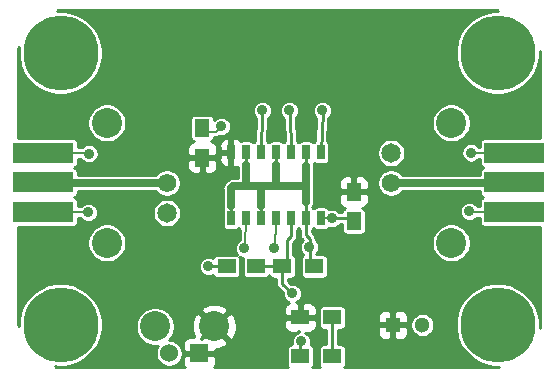
<source format=gtl>
%TF.GenerationSoftware,KiCad,Pcbnew,(5.1.10)-1*%
%TF.CreationDate,2021-09-19T13:47:21-04:00*%
%TF.ProjectId,PULSE-GEN,50554c53-452d-4474-954e-2e6b69636164,rev?*%
%TF.SameCoordinates,Original*%
%TF.FileFunction,Copper,L1,Top*%
%TF.FilePolarity,Positive*%
%FSLAX46Y46*%
G04 Gerber Fmt 4.6, Leading zero omitted, Abs format (unit mm)*
G04 Created by KiCad (PCBNEW (5.1.10)-1) date 2021-09-19 13:47:21*
%MOMM*%
%LPD*%
G01*
G04 APERTURE LIST*
%TA.AperFunction,ComponentPad*%
%ADD10C,2.540000*%
%TD*%
%TA.AperFunction,SMDPad,CuDef*%
%ADD11R,0.635000X1.270000*%
%TD*%
%TA.AperFunction,ComponentPad*%
%ADD12C,6.350000*%
%TD*%
%TA.AperFunction,ComponentPad*%
%ADD13C,1.574800*%
%TD*%
%TA.AperFunction,ComponentPad*%
%ADD14C,1.651000*%
%TD*%
%TA.AperFunction,ComponentPad*%
%ADD15R,1.524000X1.524000*%
%TD*%
%TA.AperFunction,ComponentPad*%
%ADD16C,1.524000*%
%TD*%
%TA.AperFunction,ComponentPad*%
%ADD17R,1.300000X1.300000*%
%TD*%
%TA.AperFunction,ComponentPad*%
%ADD18C,1.300000*%
%TD*%
%TA.AperFunction,SMDPad,CuDef*%
%ADD19R,1.500000X1.250000*%
%TD*%
%TA.AperFunction,SMDPad,CuDef*%
%ADD20R,1.250000X1.500000*%
%TD*%
%TA.AperFunction,SMDPad,CuDef*%
%ADD21R,1.500000X1.300000*%
%TD*%
%TA.AperFunction,SMDPad,CuDef*%
%ADD22R,5.080000X1.750000*%
%TD*%
%TA.AperFunction,ViaPad*%
%ADD23C,0.889000*%
%TD*%
%TA.AperFunction,Conductor*%
%ADD24C,0.254000*%
%TD*%
%TA.AperFunction,Conductor*%
%ADD25C,0.203200*%
%TD*%
%TA.AperFunction,Conductor*%
%ADD26C,0.635000*%
%TD*%
%TA.AperFunction,Conductor*%
%ADD27C,0.150000*%
%TD*%
G04 APERTURE END LIST*
D10*
%TO.P,P2,1*%
%TO.N,VCC*%
X17018000Y-27178000D03*
%TO.P,P2,2*%
%TO.N,GND*%
X12018000Y-27178000D03*
%TD*%
D11*
%TO.P,U1,1*%
%TO.N,Net-(R1-Pad2)*%
X18415000Y-18034000D03*
%TO.P,U1,2*%
%TO.N,Net-(R3-Pad1)*%
X19685000Y-18034000D03*
%TO.P,U1,3*%
%TO.N,Net-(R1-Pad2)*%
X20955000Y-18034000D03*
%TO.P,U1,4*%
%TO.N,Net-(R2-Pad1)*%
X22225000Y-18034000D03*
%TO.P,U1,5*%
%TO.N,Net-(C1-Pad1)*%
X23495000Y-18034000D03*
%TO.P,U1,6*%
%TO.N,Net-(R1-Pad2)*%
X24765000Y-18034000D03*
%TO.P,U1,7*%
%TO.N,GND*%
X26035000Y-18034000D03*
%TO.P,U1,8*%
%TO.N,Net-(R4-Pad1)*%
X26035000Y-12446000D03*
%TO.P,U1,9*%
%TO.N,Net-(R1-Pad2)*%
X24765000Y-12446000D03*
%TO.P,U1,10*%
%TO.N,Net-(R5-Pad1)*%
X23495000Y-12446000D03*
%TO.P,U1,11*%
%TO.N,Net-(R1-Pad2)*%
X22225000Y-12446000D03*
%TO.P,U1,12*%
%TO.N,Net-(R6-Pad1)*%
X20955000Y-12446000D03*
%TO.P,U1,13*%
%TO.N,Net-(R1-Pad2)*%
X19685000Y-12446000D03*
%TO.P,U1,14*%
%TO.N,VCC*%
X18415000Y-12446000D03*
%TD*%
D12*
%TO.P,MTG3,1*%
%TO.N,N/C*%
X4000000Y-27030000D03*
%TD*%
%TO.P,MTG2,1*%
%TO.N,N/C*%
X41000000Y-4030000D03*
%TD*%
%TO.P,MTG1,1*%
%TO.N,N/C*%
X4000000Y-4030000D03*
%TD*%
D13*
%TO.P,PB1,1*%
%TO.N,Net-(PA1-Pad1)*%
X13000000Y-15030000D03*
D14*
%TO.P,PB1,2*%
%TO.N,GND*%
X13000000Y-17570000D03*
D10*
%TO.P,PB1,*%
%TO.N,*%
X7920000Y-20110000D03*
X7920000Y-9950000D03*
%TD*%
D12*
%TO.P,MTG4,1*%
%TO.N,N/C*%
X41000000Y-27030000D03*
%TD*%
D13*
%TO.P,PB2,1*%
%TO.N,Net-(PA1-Pad1)*%
X32000000Y-15030000D03*
D14*
%TO.P,PB2,2*%
%TO.N,GND*%
X32000000Y-12490000D03*
D10*
%TO.P,PB2,*%
%TO.N,*%
X37080000Y-9950000D03*
X37080000Y-20110000D03*
%TD*%
D15*
%TO.P,P1,1*%
%TO.N,VCC*%
X15748000Y-29464000D03*
D16*
%TO.P,P1,2*%
%TO.N,GND*%
X13208000Y-29464000D03*
%TD*%
D17*
%TO.P,C2,1*%
%TO.N,VCC*%
X32131000Y-27051000D03*
D18*
%TO.P,C2,2*%
%TO.N,GND*%
X34631000Y-27051000D03*
%TD*%
D19*
%TO.P,C1,1*%
%TO.N,Net-(C1-Pad1)*%
X20554000Y-22098000D03*
%TO.P,C1,2*%
%TO.N,GND*%
X18054000Y-22098000D03*
%TD*%
D20*
%TO.P,C3,1*%
%TO.N,VCC*%
X16000000Y-12880000D03*
%TO.P,C3,2*%
%TO.N,GND*%
X16000000Y-10380000D03*
%TD*%
%TO.P,C4,1*%
%TO.N,VCC*%
X28829000Y-15768000D03*
%TO.P,C4,2*%
%TO.N,GND*%
X28829000Y-18268000D03*
%TD*%
D21*
%TO.P,DS1,1*%
%TO.N,Net-(DS1-Pad1)*%
X27004000Y-29718000D03*
%TO.P,DS1,2*%
%TO.N,GND*%
X24304000Y-29718000D03*
%TD*%
%TO.P,R1,1*%
%TO.N,Net-(C1-Pad1)*%
X22780000Y-22098000D03*
%TO.P,R1,2*%
%TO.N,Net-(R1-Pad2)*%
X25480000Y-22098000D03*
%TD*%
%TO.P,R8,1*%
%TO.N,VCC*%
X24304000Y-26416000D03*
%TO.P,R8,2*%
%TO.N,Net-(DS1-Pad1)*%
X27004000Y-26416000D03*
%TD*%
D22*
%TO.P,PA1,2*%
%TO.N,GND*%
X2540000Y-12486000D03*
X2540000Y-17486000D03*
%TO.P,PA1,1*%
%TO.N,Net-(PA1-Pad1)*%
X2540000Y-14986000D03*
%TD*%
%TO.P,PA2,2*%
%TO.N,GND*%
X42418000Y-17486000D03*
X42418000Y-12486000D03*
%TO.P,PA2,1*%
%TO.N,Net-(PA1-Pad1)*%
X42418000Y-14986000D03*
%TD*%
D23*
%TO.N,GND*%
X24384000Y-28448000D03*
X17600000Y-10230000D03*
X16510000Y-22098000D03*
X27000000Y-18030000D03*
X6400800Y-12547600D03*
X6350000Y-17526000D03*
X38760400Y-12471400D03*
X38608000Y-17424400D03*
%TO.N,Net-(C1-Pad1)*%
X23622000Y-24384000D03*
%TO.N,Net-(R1-Pad2)*%
X25069800Y-20472400D03*
%TO.N,Net-(R2-Pad1)*%
X22098000Y-20574000D03*
%TO.N,Net-(R3-Pad1)*%
X19558000Y-20574000D03*
%TO.N,Net-(R4-Pad1)*%
X26162000Y-8890000D03*
%TO.N,Net-(R5-Pad1)*%
X23368000Y-8890000D03*
%TO.N,Net-(R6-Pad1)*%
X21082000Y-8890000D03*
%TD*%
D24*
%TO.N,GND*%
X24304000Y-29718000D02*
X24304000Y-28528000D01*
X24304000Y-28528000D02*
X24384000Y-28448000D01*
D25*
X17152500Y-10677500D02*
X17600000Y-10230000D01*
X16000000Y-10677500D02*
X17152500Y-10677500D01*
D24*
X18351500Y-22098000D02*
X16510000Y-22098000D01*
D25*
X26996000Y-18034000D02*
X27000000Y-18030000D01*
X26996000Y-18034000D02*
X26035000Y-18034000D01*
D24*
X27059500Y-17970500D02*
X27000000Y-18030000D01*
X28829000Y-17970500D02*
X27059500Y-17970500D01*
D25*
X6339200Y-12486000D02*
X6400800Y-12547600D01*
X2540000Y-12486000D02*
X6339200Y-12486000D01*
X6310000Y-17486000D02*
X6350000Y-17526000D01*
X2540000Y-17486000D02*
X6310000Y-17486000D01*
X38775000Y-12486000D02*
X38760400Y-12471400D01*
X42418000Y-12486000D02*
X38775000Y-12486000D01*
X38669600Y-17486000D02*
X38608000Y-17424400D01*
X42418000Y-17486000D02*
X38669600Y-17486000D01*
D24*
%TO.N,Net-(C1-Pad1)*%
X22780000Y-23542000D02*
X22780000Y-22098000D01*
X23622000Y-24384000D02*
X22780000Y-23542000D01*
X20256500Y-22098000D02*
X23177500Y-22098000D01*
X23495000Y-19558000D02*
X23177500Y-19875500D01*
X23177500Y-19875500D02*
X23177500Y-22098000D01*
X23495000Y-18034000D02*
X23495000Y-19558000D01*
%TO.N,Net-(DS1-Pad1)*%
X27004000Y-26416000D02*
X27004000Y-29718000D01*
X26703020Y-26512520D02*
X26606500Y-26416000D01*
D26*
%TO.N,Net-(PA1-Pad1)*%
X32000000Y-15030000D02*
X42000000Y-15030000D01*
X13000000Y-15030000D02*
X3000000Y-15030000D01*
D25*
%TO.N,Net-(R1-Pad2)*%
X24895000Y-21910500D02*
X25082500Y-22098000D01*
X22200000Y-12471000D02*
X22225000Y-12446000D01*
D24*
X18415000Y-18034000D02*
X18415000Y-17526000D01*
X24765000Y-19431000D02*
X25082500Y-19748500D01*
X25082500Y-21310600D02*
X25082500Y-22098000D01*
X25082500Y-19748500D02*
X25082500Y-21310600D01*
X24765000Y-18034000D02*
X24765000Y-19431000D01*
D26*
X20523200Y-15265400D02*
X19685000Y-15265400D01*
X20294600Y-15265400D02*
X20523200Y-15265400D01*
X20955000Y-15265400D02*
X20294600Y-15265400D01*
X21869400Y-15265400D02*
X20955000Y-15265400D01*
X22225000Y-15265400D02*
X21869400Y-15265400D01*
D24*
X18415000Y-18034000D02*
X18415000Y-16967200D01*
X20955000Y-15697200D02*
X20523200Y-15265400D01*
X20955000Y-16941800D02*
X20955000Y-15697200D01*
X20955000Y-17119600D02*
X20955000Y-16941800D01*
X20955000Y-18034000D02*
X20955000Y-17119600D01*
X24765000Y-16662400D02*
X24765000Y-15671800D01*
X24765000Y-15671800D02*
X24358600Y-15265400D01*
D26*
X24358600Y-15265400D02*
X22225000Y-15265400D01*
D24*
X24765000Y-17195800D02*
X24765000Y-16662400D01*
X24765000Y-18034000D02*
X24765000Y-17195800D01*
D26*
X20955000Y-16941800D02*
X20955000Y-15265400D01*
X18415000Y-15494000D02*
X18643600Y-15265400D01*
X18643600Y-15265400D02*
X19685000Y-15265400D01*
X18415000Y-16967200D02*
X18415000Y-15494000D01*
D24*
X19685000Y-12446000D02*
X19685000Y-13538200D01*
X22225000Y-12446000D02*
X22225000Y-13512800D01*
X24765000Y-14859000D02*
X24358600Y-15265400D01*
X24765000Y-13690600D02*
X24765000Y-14859000D01*
X24765000Y-13563600D02*
X24765000Y-13690600D01*
X24765000Y-12446000D02*
X24765000Y-13563600D01*
D26*
X22225000Y-13512800D02*
X22225000Y-15265400D01*
X19685000Y-13538200D02*
X19685000Y-15265400D01*
X24765000Y-13563600D02*
X24765000Y-16662400D01*
D25*
X25069800Y-20472400D02*
X25082500Y-20485100D01*
X25082500Y-20485100D02*
X25082500Y-21310600D01*
%TO.N,Net-(R2-Pad1)*%
X22225000Y-19005000D02*
X22098000Y-20574000D01*
X22225000Y-18034000D02*
X22225000Y-19005000D01*
%TO.N,Net-(R3-Pad1)*%
X19643000Y-20489000D02*
X19558000Y-20574000D01*
X19685000Y-18034000D02*
X19643000Y-20489000D01*
D24*
%TO.N,Net-(R4-Pad1)*%
X26197000Y-8925000D02*
X26162000Y-8890000D01*
X26035000Y-12446000D02*
X26197000Y-8925000D01*
%TO.N,Net-(R5-Pad1)*%
X23463000Y-8985000D02*
X23368000Y-8890000D01*
X23495000Y-12446000D02*
X23463000Y-8985000D01*
%TO.N,Net-(R6-Pad1)*%
X21037000Y-8935000D02*
X21082000Y-8890000D01*
X20955000Y-12446000D02*
X21037000Y-8935000D01*
%TD*%
%TO.N,VCC*%
X41075262Y-474000D02*
X40649765Y-474000D01*
X39962753Y-610655D01*
X39315602Y-878714D01*
X38733182Y-1267874D01*
X38237874Y-1763182D01*
X37848714Y-2345602D01*
X37580655Y-2992753D01*
X37444000Y-3679765D01*
X37444000Y-4380235D01*
X37580655Y-5067247D01*
X37848714Y-5714398D01*
X38237874Y-6296818D01*
X38733182Y-6792126D01*
X39315602Y-7181286D01*
X39962753Y-7449345D01*
X40649765Y-7586000D01*
X41350235Y-7586000D01*
X42037247Y-7449345D01*
X42684398Y-7181286D01*
X43266818Y-6792126D01*
X43762126Y-6296818D01*
X44151286Y-5714398D01*
X44419345Y-5067247D01*
X44556000Y-4380235D01*
X44556000Y-3850935D01*
X44610427Y-3903738D01*
X44619772Y-3992654D01*
X44619801Y-4001032D01*
X44619801Y-11228157D01*
X39878000Y-11228157D01*
X39803311Y-11235513D01*
X39731492Y-11257299D01*
X39665304Y-11292678D01*
X39607289Y-11340289D01*
X39559678Y-11398304D01*
X39524299Y-11464492D01*
X39502513Y-11536311D01*
X39495157Y-11611000D01*
X39495157Y-12003400D01*
X39440513Y-12003400D01*
X39401608Y-11945175D01*
X39286625Y-11830192D01*
X39151421Y-11739852D01*
X39001189Y-11677624D01*
X38841705Y-11645900D01*
X38679095Y-11645900D01*
X38519611Y-11677624D01*
X38369379Y-11739852D01*
X38234175Y-11830192D01*
X38119192Y-11945175D01*
X38028852Y-12080379D01*
X37966624Y-12230611D01*
X37934900Y-12390095D01*
X37934900Y-12552705D01*
X37966624Y-12712189D01*
X38028852Y-12862421D01*
X38119192Y-12997625D01*
X38234175Y-13112608D01*
X38369379Y-13202948D01*
X38519611Y-13265176D01*
X38679095Y-13296900D01*
X38841705Y-13296900D01*
X39001189Y-13265176D01*
X39151421Y-13202948D01*
X39286625Y-13112608D01*
X39401608Y-12997625D01*
X39421002Y-12968600D01*
X39495157Y-12968600D01*
X39495157Y-13361000D01*
X39502513Y-13435689D01*
X39524299Y-13507508D01*
X39559678Y-13573696D01*
X39607289Y-13631711D01*
X39665304Y-13679322D01*
X39731492Y-13714701D01*
X39801706Y-13736000D01*
X39731492Y-13757299D01*
X39665304Y-13792678D01*
X39607289Y-13840289D01*
X39559678Y-13898304D01*
X39524299Y-13964492D01*
X39502513Y-14036311D01*
X39495157Y-14111000D01*
X39495157Y-14331500D01*
X32938499Y-14331500D01*
X32907555Y-14285189D01*
X32744811Y-14122445D01*
X32553445Y-13994578D01*
X32340810Y-13906501D01*
X32115077Y-13861600D01*
X31884923Y-13861600D01*
X31659190Y-13906501D01*
X31446555Y-13994578D01*
X31255189Y-14122445D01*
X31092445Y-14285189D01*
X30964578Y-14476555D01*
X30876501Y-14689190D01*
X30831600Y-14914923D01*
X30831600Y-15145077D01*
X30876501Y-15370810D01*
X30964578Y-15583445D01*
X31092445Y-15774811D01*
X31255189Y-15937555D01*
X31446555Y-16065422D01*
X31659190Y-16153499D01*
X31884923Y-16198400D01*
X32115077Y-16198400D01*
X32340810Y-16153499D01*
X32553445Y-16065422D01*
X32744811Y-15937555D01*
X32907555Y-15774811D01*
X32938499Y-15728500D01*
X39495157Y-15728500D01*
X39495157Y-15861000D01*
X39502513Y-15935689D01*
X39524299Y-16007508D01*
X39559678Y-16073696D01*
X39607289Y-16131711D01*
X39665304Y-16179322D01*
X39731492Y-16214701D01*
X39801706Y-16236000D01*
X39731492Y-16257299D01*
X39665304Y-16292678D01*
X39607289Y-16340289D01*
X39559678Y-16398304D01*
X39524299Y-16464492D01*
X39502513Y-16536311D01*
X39495157Y-16611000D01*
X39495157Y-17003400D01*
X39319517Y-17003400D01*
X39249208Y-16898175D01*
X39134225Y-16783192D01*
X38999021Y-16692852D01*
X38848789Y-16630624D01*
X38689305Y-16598900D01*
X38526695Y-16598900D01*
X38367211Y-16630624D01*
X38216979Y-16692852D01*
X38081775Y-16783192D01*
X37966792Y-16898175D01*
X37876452Y-17033379D01*
X37814224Y-17183611D01*
X37782500Y-17343095D01*
X37782500Y-17505705D01*
X37814224Y-17665189D01*
X37876452Y-17815421D01*
X37966792Y-17950625D01*
X38081775Y-18065608D01*
X38216979Y-18155948D01*
X38367211Y-18218176D01*
X38526695Y-18249900D01*
X38689305Y-18249900D01*
X38848789Y-18218176D01*
X38999021Y-18155948D01*
X39134225Y-18065608D01*
X39231233Y-17968600D01*
X39495157Y-17968600D01*
X39495157Y-18361000D01*
X39502513Y-18435689D01*
X39524299Y-18507508D01*
X39559678Y-18573696D01*
X39607289Y-18631711D01*
X39665304Y-18679322D01*
X39731492Y-18714701D01*
X39803311Y-18736487D01*
X39878000Y-18743843D01*
X44619800Y-18743843D01*
X44619800Y-27011410D01*
X44597596Y-27237860D01*
X44556000Y-27277476D01*
X44556000Y-26679765D01*
X44419345Y-25992753D01*
X44151286Y-25345602D01*
X43762126Y-24763182D01*
X43266818Y-24267874D01*
X42684398Y-23878714D01*
X42037247Y-23610655D01*
X41350235Y-23474000D01*
X40649765Y-23474000D01*
X39962753Y-23610655D01*
X39315602Y-23878714D01*
X38733182Y-24267874D01*
X38237874Y-24763182D01*
X37848714Y-25345602D01*
X37580655Y-25992753D01*
X37444000Y-26679765D01*
X37444000Y-27380235D01*
X37580655Y-28067247D01*
X37848714Y-28714398D01*
X38237874Y-29296818D01*
X38733182Y-29792126D01*
X39315602Y-30181286D01*
X39962753Y-30449345D01*
X40649765Y-30586000D01*
X41082050Y-30586000D01*
X41016050Y-30648857D01*
X41007346Y-30649772D01*
X40999255Y-30649800D01*
X28011199Y-30649800D01*
X28024711Y-30638711D01*
X28072322Y-30580696D01*
X28107701Y-30514508D01*
X28129487Y-30442689D01*
X28136843Y-30368000D01*
X28136843Y-29068000D01*
X28129487Y-28993311D01*
X28107701Y-28921492D01*
X28072322Y-28855304D01*
X28024711Y-28797289D01*
X27966696Y-28749678D01*
X27900508Y-28714299D01*
X27828689Y-28692513D01*
X27754000Y-28685157D01*
X27512000Y-28685157D01*
X27512000Y-27701000D01*
X30842928Y-27701000D01*
X30855188Y-27825482D01*
X30891498Y-27945180D01*
X30950463Y-28055494D01*
X31029815Y-28152185D01*
X31126506Y-28231537D01*
X31236820Y-28290502D01*
X31356518Y-28326812D01*
X31481000Y-28339072D01*
X31845250Y-28336000D01*
X32004000Y-28177250D01*
X32004000Y-27178000D01*
X32258000Y-27178000D01*
X32258000Y-28177250D01*
X32416750Y-28336000D01*
X32781000Y-28339072D01*
X32905482Y-28326812D01*
X33025180Y-28290502D01*
X33135494Y-28231537D01*
X33232185Y-28152185D01*
X33311537Y-28055494D01*
X33370502Y-27945180D01*
X33406812Y-27825482D01*
X33419072Y-27701000D01*
X33416000Y-27336750D01*
X33257250Y-27178000D01*
X32258000Y-27178000D01*
X32004000Y-27178000D01*
X31004750Y-27178000D01*
X30846000Y-27336750D01*
X30842928Y-27701000D01*
X27512000Y-27701000D01*
X27512000Y-27448843D01*
X27754000Y-27448843D01*
X27828689Y-27441487D01*
X27900508Y-27419701D01*
X27966696Y-27384322D01*
X28024711Y-27336711D01*
X28072322Y-27278696D01*
X28107701Y-27212508D01*
X28129487Y-27140689D01*
X28136843Y-27066000D01*
X28136843Y-26949455D01*
X33600000Y-26949455D01*
X33600000Y-27152545D01*
X33639620Y-27351732D01*
X33717339Y-27539362D01*
X33830170Y-27708224D01*
X33973776Y-27851830D01*
X34142638Y-27964661D01*
X34330268Y-28042380D01*
X34529455Y-28082000D01*
X34732545Y-28082000D01*
X34931732Y-28042380D01*
X35119362Y-27964661D01*
X35288224Y-27851830D01*
X35431830Y-27708224D01*
X35544661Y-27539362D01*
X35622380Y-27351732D01*
X35662000Y-27152545D01*
X35662000Y-26949455D01*
X35622380Y-26750268D01*
X35544661Y-26562638D01*
X35431830Y-26393776D01*
X35288224Y-26250170D01*
X35119362Y-26137339D01*
X34931732Y-26059620D01*
X34732545Y-26020000D01*
X34529455Y-26020000D01*
X34330268Y-26059620D01*
X34142638Y-26137339D01*
X33973776Y-26250170D01*
X33830170Y-26393776D01*
X33717339Y-26562638D01*
X33639620Y-26750268D01*
X33600000Y-26949455D01*
X28136843Y-26949455D01*
X28136843Y-26401000D01*
X30842928Y-26401000D01*
X30846000Y-26765250D01*
X31004750Y-26924000D01*
X32004000Y-26924000D01*
X32004000Y-25924750D01*
X32258000Y-25924750D01*
X32258000Y-26924000D01*
X33257250Y-26924000D01*
X33416000Y-26765250D01*
X33419072Y-26401000D01*
X33406812Y-26276518D01*
X33370502Y-26156820D01*
X33311537Y-26046506D01*
X33232185Y-25949815D01*
X33135494Y-25870463D01*
X33025180Y-25811498D01*
X32905482Y-25775188D01*
X32781000Y-25762928D01*
X32416750Y-25766000D01*
X32258000Y-25924750D01*
X32004000Y-25924750D01*
X31845250Y-25766000D01*
X31481000Y-25762928D01*
X31356518Y-25775188D01*
X31236820Y-25811498D01*
X31126506Y-25870463D01*
X31029815Y-25949815D01*
X30950463Y-26046506D01*
X30891498Y-26156820D01*
X30855188Y-26276518D01*
X30842928Y-26401000D01*
X28136843Y-26401000D01*
X28136843Y-25766000D01*
X28129487Y-25691311D01*
X28107701Y-25619492D01*
X28072322Y-25553304D01*
X28024711Y-25495289D01*
X27966696Y-25447678D01*
X27900508Y-25412299D01*
X27828689Y-25390513D01*
X27754000Y-25383157D01*
X26254000Y-25383157D01*
X26179311Y-25390513D01*
X26107492Y-25412299D01*
X26041304Y-25447678D01*
X25983289Y-25495289D01*
X25935678Y-25553304D01*
X25900299Y-25619492D01*
X25878513Y-25691311D01*
X25871157Y-25766000D01*
X25871157Y-27066000D01*
X25878513Y-27140689D01*
X25900299Y-27212508D01*
X25935678Y-27278696D01*
X25983289Y-27336711D01*
X26041304Y-27384322D01*
X26107492Y-27419701D01*
X26179311Y-27441487D01*
X26254000Y-27448843D01*
X26496000Y-27448843D01*
X26496001Y-28685157D01*
X26254000Y-28685157D01*
X26179311Y-28692513D01*
X26107492Y-28714299D01*
X26041304Y-28749678D01*
X25983289Y-28797289D01*
X25935678Y-28855304D01*
X25900299Y-28921492D01*
X25878513Y-28993311D01*
X25871157Y-29068000D01*
X25871157Y-30368000D01*
X25878513Y-30442689D01*
X25900299Y-30514508D01*
X25935678Y-30580696D01*
X25983289Y-30638711D01*
X25996801Y-30649800D01*
X25311199Y-30649800D01*
X25324711Y-30638711D01*
X25372322Y-30580696D01*
X25407701Y-30514508D01*
X25429487Y-30442689D01*
X25436843Y-30368000D01*
X25436843Y-29068000D01*
X25429487Y-28993311D01*
X25407701Y-28921492D01*
X25372322Y-28855304D01*
X25324711Y-28797289D01*
X25266696Y-28749678D01*
X25200508Y-28714299D01*
X25170926Y-28705326D01*
X25177776Y-28688789D01*
X25209500Y-28529305D01*
X25209500Y-28366695D01*
X25177776Y-28207211D01*
X25115548Y-28056979D01*
X25025208Y-27921775D01*
X24910225Y-27806792D01*
X24775021Y-27716452D01*
X24740119Y-27701995D01*
X25054000Y-27704072D01*
X25178482Y-27691812D01*
X25298180Y-27655502D01*
X25408494Y-27596537D01*
X25505185Y-27517185D01*
X25584537Y-27420494D01*
X25643502Y-27310180D01*
X25679812Y-27190482D01*
X25692072Y-27066000D01*
X25689000Y-26701750D01*
X25530250Y-26543000D01*
X24431000Y-26543000D01*
X24431000Y-26563000D01*
X24177000Y-26563000D01*
X24177000Y-26543000D01*
X23077750Y-26543000D01*
X22919000Y-26701750D01*
X22915928Y-27066000D01*
X22928188Y-27190482D01*
X22964498Y-27310180D01*
X23023463Y-27420494D01*
X23102815Y-27517185D01*
X23199506Y-27596537D01*
X23309820Y-27655502D01*
X23429518Y-27691812D01*
X23554000Y-27704072D01*
X24018250Y-27701000D01*
X24176998Y-27542252D01*
X24176998Y-27647503D01*
X24143211Y-27654224D01*
X23992979Y-27716452D01*
X23857775Y-27806792D01*
X23742792Y-27921775D01*
X23652452Y-28056979D01*
X23590224Y-28207211D01*
X23558500Y-28366695D01*
X23558500Y-28529305D01*
X23589502Y-28685157D01*
X23554000Y-28685157D01*
X23479311Y-28692513D01*
X23407492Y-28714299D01*
X23341304Y-28749678D01*
X23283289Y-28797289D01*
X23235678Y-28855304D01*
X23200299Y-28921492D01*
X23178513Y-28993311D01*
X23171157Y-29068000D01*
X23171157Y-30368000D01*
X23178513Y-30442689D01*
X23200299Y-30514508D01*
X23235678Y-30580696D01*
X23283289Y-30638711D01*
X23296801Y-30649800D01*
X16983659Y-30649800D01*
X17040537Y-30580494D01*
X17099502Y-30470180D01*
X17135812Y-30350482D01*
X17148072Y-30226000D01*
X17145000Y-29749750D01*
X16986250Y-29591000D01*
X15875000Y-29591000D01*
X15875000Y-29611000D01*
X15621000Y-29611000D01*
X15621000Y-29591000D01*
X14509750Y-29591000D01*
X14351000Y-29749750D01*
X14347928Y-30226000D01*
X14360188Y-30350482D01*
X14396498Y-30470180D01*
X14455463Y-30580494D01*
X14512341Y-30649800D01*
X4018590Y-30649800D01*
X3589181Y-30607696D01*
X3551947Y-30566543D01*
X3649765Y-30586000D01*
X4350235Y-30586000D01*
X5037247Y-30449345D01*
X5684398Y-30181286D01*
X6266818Y-29792126D01*
X6762126Y-29296818D01*
X7151286Y-28714398D01*
X7419345Y-28067247D01*
X7556000Y-27380235D01*
X7556000Y-27015391D01*
X10367000Y-27015391D01*
X10367000Y-27340609D01*
X10430447Y-27659579D01*
X10554903Y-27960042D01*
X10735585Y-28230451D01*
X10965549Y-28460415D01*
X11235958Y-28641097D01*
X11536421Y-28765553D01*
X11855391Y-28829000D01*
X12180609Y-28829000D01*
X12269424Y-28811334D01*
X12195087Y-28922587D01*
X12108925Y-29130599D01*
X12065000Y-29351424D01*
X12065000Y-29576576D01*
X12108925Y-29797401D01*
X12195087Y-30005413D01*
X12320174Y-30192620D01*
X12479380Y-30351826D01*
X12666587Y-30476913D01*
X12874599Y-30563075D01*
X13095424Y-30607000D01*
X13320576Y-30607000D01*
X13541401Y-30563075D01*
X13749413Y-30476913D01*
X13936620Y-30351826D01*
X14095826Y-30192620D01*
X14220913Y-30005413D01*
X14307075Y-29797401D01*
X14351000Y-29576576D01*
X14351000Y-29351424D01*
X14307075Y-29130599D01*
X14220913Y-28922587D01*
X14095826Y-28735380D01*
X14062446Y-28702000D01*
X14347928Y-28702000D01*
X14351000Y-29178250D01*
X14509750Y-29337000D01*
X15621000Y-29337000D01*
X15621000Y-29317000D01*
X15875000Y-29317000D01*
X15875000Y-29337000D01*
X16986250Y-29337000D01*
X17145000Y-29178250D01*
X17145621Y-29081978D01*
X17442227Y-29044618D01*
X17798235Y-28925988D01*
X18037924Y-28797871D01*
X18166247Y-28505852D01*
X17018000Y-27357605D01*
X16310389Y-28065216D01*
X16033750Y-28067000D01*
X15875002Y-28225748D01*
X15875002Y-28141393D01*
X16838395Y-27178000D01*
X17197605Y-27178000D01*
X18345852Y-28326247D01*
X18637871Y-28197924D01*
X18805723Y-27862305D01*
X18904874Y-27500389D01*
X18931514Y-27126084D01*
X18884618Y-26753773D01*
X18765988Y-26397765D01*
X18637871Y-26158076D01*
X18345852Y-26029753D01*
X17197605Y-27178000D01*
X16838395Y-27178000D01*
X15690148Y-26029753D01*
X15398129Y-26158076D01*
X15230277Y-26493695D01*
X15131126Y-26855611D01*
X15104486Y-27229916D01*
X15151382Y-27602227D01*
X15270012Y-27958235D01*
X15327684Y-28066132D01*
X14986000Y-28063928D01*
X14861518Y-28076188D01*
X14741820Y-28112498D01*
X14631506Y-28171463D01*
X14534815Y-28250815D01*
X14455463Y-28347506D01*
X14396498Y-28457820D01*
X14360188Y-28577518D01*
X14347928Y-28702000D01*
X14062446Y-28702000D01*
X13936620Y-28576174D01*
X13749413Y-28451087D01*
X13541401Y-28364925D01*
X13320576Y-28321000D01*
X13209866Y-28321000D01*
X13300415Y-28230451D01*
X13481097Y-27960042D01*
X13605553Y-27659579D01*
X13669000Y-27340609D01*
X13669000Y-27015391D01*
X13605553Y-26696421D01*
X13481097Y-26395958D01*
X13300415Y-26125549D01*
X13070451Y-25895585D01*
X13002450Y-25850148D01*
X15869753Y-25850148D01*
X17018000Y-26998395D01*
X18166247Y-25850148D01*
X18037924Y-25558129D01*
X17702305Y-25390277D01*
X17340389Y-25291126D01*
X16966084Y-25264486D01*
X16593773Y-25311382D01*
X16237765Y-25430012D01*
X15998076Y-25558129D01*
X15869753Y-25850148D01*
X13002450Y-25850148D01*
X12800042Y-25714903D01*
X12499579Y-25590447D01*
X12180609Y-25527000D01*
X11855391Y-25527000D01*
X11536421Y-25590447D01*
X11235958Y-25714903D01*
X10965549Y-25895585D01*
X10735585Y-26125549D01*
X10554903Y-26395958D01*
X10430447Y-26696421D01*
X10367000Y-27015391D01*
X7556000Y-27015391D01*
X7556000Y-26679765D01*
X7419345Y-25992753D01*
X7151286Y-25345602D01*
X6762126Y-24763182D01*
X6266818Y-24267874D01*
X5684398Y-23878714D01*
X5037247Y-23610655D01*
X4350235Y-23474000D01*
X3649765Y-23474000D01*
X2962753Y-23610655D01*
X2315602Y-23878714D01*
X1733182Y-24267874D01*
X1237874Y-24763182D01*
X848714Y-25345602D01*
X580655Y-25992753D01*
X444000Y-26679765D01*
X444000Y-27131442D01*
X383036Y-27064061D01*
X380228Y-27037346D01*
X380200Y-27029255D01*
X380200Y-22016695D01*
X15684500Y-22016695D01*
X15684500Y-22179305D01*
X15716224Y-22338789D01*
X15778452Y-22489021D01*
X15868792Y-22624225D01*
X15983775Y-22739208D01*
X16118979Y-22829548D01*
X16269211Y-22891776D01*
X16428695Y-22923500D01*
X16591305Y-22923500D01*
X16750789Y-22891776D01*
X16901021Y-22829548D01*
X16931915Y-22808905D01*
X16950299Y-22869508D01*
X16985678Y-22935696D01*
X17033289Y-22993711D01*
X17091304Y-23041322D01*
X17157492Y-23076701D01*
X17229311Y-23098487D01*
X17304000Y-23105843D01*
X18804000Y-23105843D01*
X18878689Y-23098487D01*
X18950508Y-23076701D01*
X19016696Y-23041322D01*
X19074711Y-22993711D01*
X19122322Y-22935696D01*
X19157701Y-22869508D01*
X19179487Y-22797689D01*
X19186843Y-22723000D01*
X19186843Y-21473000D01*
X19179487Y-21398311D01*
X19157701Y-21326492D01*
X19135131Y-21284268D01*
X19166979Y-21305548D01*
X19317211Y-21367776D01*
X19430915Y-21390394D01*
X19428513Y-21398311D01*
X19421157Y-21473000D01*
X19421157Y-22723000D01*
X19428513Y-22797689D01*
X19450299Y-22869508D01*
X19485678Y-22935696D01*
X19533289Y-22993711D01*
X19591304Y-23041322D01*
X19657492Y-23076701D01*
X19729311Y-23098487D01*
X19804000Y-23105843D01*
X21304000Y-23105843D01*
X21378689Y-23098487D01*
X21450508Y-23076701D01*
X21516696Y-23041322D01*
X21574711Y-22993711D01*
X21622322Y-22935696D01*
X21657701Y-22869508D01*
X21663208Y-22851353D01*
X21676299Y-22894508D01*
X21711678Y-22960696D01*
X21759289Y-23018711D01*
X21817304Y-23066322D01*
X21883492Y-23101701D01*
X21955311Y-23123487D01*
X22030000Y-23130843D01*
X22272000Y-23130843D01*
X22272000Y-23517055D01*
X22269543Y-23542000D01*
X22272000Y-23566944D01*
X22272000Y-23566946D01*
X22279351Y-23641584D01*
X22308399Y-23737342D01*
X22355571Y-23825595D01*
X22419052Y-23902948D01*
X22438435Y-23918855D01*
X22800776Y-24281196D01*
X22796500Y-24302695D01*
X22796500Y-24465305D01*
X22828224Y-24624789D01*
X22890452Y-24775021D01*
X22980792Y-24910225D01*
X23095775Y-25025208D01*
X23230979Y-25115548D01*
X23349250Y-25164537D01*
X23309820Y-25176498D01*
X23199506Y-25235463D01*
X23102815Y-25314815D01*
X23023463Y-25411506D01*
X22964498Y-25521820D01*
X22928188Y-25641518D01*
X22915928Y-25766000D01*
X22919000Y-26130250D01*
X23077750Y-26289000D01*
X24177000Y-26289000D01*
X24177000Y-25289750D01*
X24431000Y-25289750D01*
X24431000Y-26289000D01*
X25530250Y-26289000D01*
X25689000Y-26130250D01*
X25692072Y-25766000D01*
X25679812Y-25641518D01*
X25643502Y-25521820D01*
X25584537Y-25411506D01*
X25505185Y-25314815D01*
X25408494Y-25235463D01*
X25298180Y-25176498D01*
X25178482Y-25140188D01*
X25054000Y-25127928D01*
X24589750Y-25131000D01*
X24431000Y-25289750D01*
X24177000Y-25289750D01*
X24018250Y-25131000D01*
X23976385Y-25130723D01*
X24013021Y-25115548D01*
X24148225Y-25025208D01*
X24263208Y-24910225D01*
X24353548Y-24775021D01*
X24415776Y-24624789D01*
X24447500Y-24465305D01*
X24447500Y-24302695D01*
X24415776Y-24143211D01*
X24353548Y-23992979D01*
X24263208Y-23857775D01*
X24148225Y-23742792D01*
X24013021Y-23652452D01*
X23862789Y-23590224D01*
X23703305Y-23558500D01*
X23540695Y-23558500D01*
X23519196Y-23562776D01*
X23288000Y-23331580D01*
X23288000Y-23130843D01*
X23530000Y-23130843D01*
X23604689Y-23123487D01*
X23676508Y-23101701D01*
X23742696Y-23066322D01*
X23800711Y-23018711D01*
X23848322Y-22960696D01*
X23883701Y-22894508D01*
X23905487Y-22822689D01*
X23912843Y-22748000D01*
X23912843Y-21448000D01*
X23905487Y-21373311D01*
X23883701Y-21301492D01*
X23848322Y-21235304D01*
X23800711Y-21177289D01*
X23742696Y-21129678D01*
X23685500Y-21099105D01*
X23685500Y-20085920D01*
X23836560Y-19934859D01*
X23855948Y-19918948D01*
X23919429Y-19841595D01*
X23966601Y-19753343D01*
X23995649Y-19657585D01*
X24003000Y-19582947D01*
X24003000Y-19582944D01*
X24005457Y-19558000D01*
X24003000Y-19533056D01*
X24003000Y-18999186D01*
X24025196Y-18987322D01*
X24083211Y-18939711D01*
X24130000Y-18882698D01*
X24176789Y-18939711D01*
X24234804Y-18987322D01*
X24257001Y-18999187D01*
X24257001Y-19406046D01*
X24254543Y-19431000D01*
X24260348Y-19489935D01*
X24264352Y-19530585D01*
X24280236Y-19582947D01*
X24293400Y-19626343D01*
X24340571Y-19714595D01*
X24372371Y-19753343D01*
X24404053Y-19791948D01*
X24423431Y-19807851D01*
X24495174Y-19879593D01*
X24428592Y-19946175D01*
X24338252Y-20081379D01*
X24276024Y-20231611D01*
X24244300Y-20391095D01*
X24244300Y-20553705D01*
X24276024Y-20713189D01*
X24338252Y-20863421D01*
X24428592Y-20998625D01*
X24543575Y-21113608D01*
X24545261Y-21114734D01*
X24517304Y-21129678D01*
X24459289Y-21177289D01*
X24411678Y-21235304D01*
X24376299Y-21301492D01*
X24354513Y-21373311D01*
X24347157Y-21448000D01*
X24347157Y-22748000D01*
X24354513Y-22822689D01*
X24376299Y-22894508D01*
X24411678Y-22960696D01*
X24459289Y-23018711D01*
X24517304Y-23066322D01*
X24583492Y-23101701D01*
X24655311Y-23123487D01*
X24730000Y-23130843D01*
X26230000Y-23130843D01*
X26304689Y-23123487D01*
X26376508Y-23101701D01*
X26442696Y-23066322D01*
X26500711Y-23018711D01*
X26548322Y-22960696D01*
X26583701Y-22894508D01*
X26605487Y-22822689D01*
X26612843Y-22748000D01*
X26612843Y-21448000D01*
X26605487Y-21373311D01*
X26583701Y-21301492D01*
X26548322Y-21235304D01*
X26500711Y-21177289D01*
X26442696Y-21129678D01*
X26376508Y-21094299D01*
X26304689Y-21072513D01*
X26230000Y-21065157D01*
X25644476Y-21065157D01*
X25711008Y-20998625D01*
X25801348Y-20863421D01*
X25863576Y-20713189D01*
X25895300Y-20553705D01*
X25895300Y-20391095D01*
X25863576Y-20231611D01*
X25801348Y-20081379D01*
X25711821Y-19947391D01*
X35429000Y-19947391D01*
X35429000Y-20272609D01*
X35492447Y-20591579D01*
X35616903Y-20892042D01*
X35797585Y-21162451D01*
X36027549Y-21392415D01*
X36297958Y-21573097D01*
X36598421Y-21697553D01*
X36917391Y-21761000D01*
X37242609Y-21761000D01*
X37561579Y-21697553D01*
X37862042Y-21573097D01*
X38132451Y-21392415D01*
X38362415Y-21162451D01*
X38543097Y-20892042D01*
X38667553Y-20591579D01*
X38731000Y-20272609D01*
X38731000Y-19947391D01*
X38667553Y-19628421D01*
X38543097Y-19327958D01*
X38362415Y-19057549D01*
X38132451Y-18827585D01*
X37862042Y-18646903D01*
X37561579Y-18522447D01*
X37242609Y-18459000D01*
X36917391Y-18459000D01*
X36598421Y-18522447D01*
X36297958Y-18646903D01*
X36027549Y-18827585D01*
X35797585Y-19057549D01*
X35616903Y-19327958D01*
X35492447Y-19628421D01*
X35429000Y-19947391D01*
X25711821Y-19947391D01*
X25711008Y-19946175D01*
X25596025Y-19831192D01*
X25590500Y-19827500D01*
X25590500Y-19773444D01*
X25592957Y-19748500D01*
X25590500Y-19723553D01*
X25583149Y-19648915D01*
X25554101Y-19553157D01*
X25506929Y-19464905D01*
X25443448Y-19387552D01*
X25424060Y-19371641D01*
X25273000Y-19220580D01*
X25273000Y-18999186D01*
X25295196Y-18987322D01*
X25353211Y-18939711D01*
X25400000Y-18882698D01*
X25446789Y-18939711D01*
X25504804Y-18987322D01*
X25570992Y-19022701D01*
X25642811Y-19044487D01*
X25717500Y-19051843D01*
X26352500Y-19051843D01*
X26427189Y-19044487D01*
X26499008Y-19022701D01*
X26565196Y-18987322D01*
X26623211Y-18939711D01*
X26670822Y-18881696D01*
X26706201Y-18815508D01*
X26709890Y-18803347D01*
X26759211Y-18823776D01*
X26918695Y-18855500D01*
X27081305Y-18855500D01*
X27240789Y-18823776D01*
X27391021Y-18761548D01*
X27526225Y-18671208D01*
X27641208Y-18556225D01*
X27693142Y-18478500D01*
X27821157Y-18478500D01*
X27821157Y-19018000D01*
X27828513Y-19092689D01*
X27850299Y-19164508D01*
X27885678Y-19230696D01*
X27933289Y-19288711D01*
X27991304Y-19336322D01*
X28057492Y-19371701D01*
X28129311Y-19393487D01*
X28204000Y-19400843D01*
X29454000Y-19400843D01*
X29528689Y-19393487D01*
X29600508Y-19371701D01*
X29666696Y-19336322D01*
X29724711Y-19288711D01*
X29772322Y-19230696D01*
X29807701Y-19164508D01*
X29829487Y-19092689D01*
X29836843Y-19018000D01*
X29836843Y-17518000D01*
X29829487Y-17443311D01*
X29807701Y-17371492D01*
X29772322Y-17305304D01*
X29724711Y-17247289D01*
X29666696Y-17199678D01*
X29600508Y-17164299D01*
X29544126Y-17147196D01*
X29578482Y-17143812D01*
X29698180Y-17107502D01*
X29808494Y-17048537D01*
X29905185Y-16969185D01*
X29984537Y-16872494D01*
X30043502Y-16762180D01*
X30079812Y-16642482D01*
X30092072Y-16518000D01*
X30089000Y-16053750D01*
X29930250Y-15895000D01*
X28956000Y-15895000D01*
X28956000Y-15915000D01*
X28702000Y-15915000D01*
X28702000Y-15895000D01*
X27727750Y-15895000D01*
X27569000Y-16053750D01*
X27565928Y-16518000D01*
X27578188Y-16642482D01*
X27614498Y-16762180D01*
X27673463Y-16872494D01*
X27752815Y-16969185D01*
X27849506Y-17048537D01*
X27959820Y-17107502D01*
X28079518Y-17143812D01*
X28113874Y-17147196D01*
X28057492Y-17164299D01*
X27991304Y-17199678D01*
X27933289Y-17247289D01*
X27885678Y-17305304D01*
X27850299Y-17371492D01*
X27828513Y-17443311D01*
X27826623Y-17462500D01*
X27599933Y-17462500D01*
X27526225Y-17388792D01*
X27391021Y-17298452D01*
X27240789Y-17236224D01*
X27081305Y-17204500D01*
X26918695Y-17204500D01*
X26759211Y-17236224D01*
X26707734Y-17257546D01*
X26706201Y-17252492D01*
X26670822Y-17186304D01*
X26623211Y-17128289D01*
X26565196Y-17080678D01*
X26499008Y-17045299D01*
X26427189Y-17023513D01*
X26352500Y-17016157D01*
X25717500Y-17016157D01*
X25642811Y-17023513D01*
X25570992Y-17045299D01*
X25504804Y-17080678D01*
X25446789Y-17128289D01*
X25400000Y-17185302D01*
X25353211Y-17128289D01*
X25313207Y-17095459D01*
X25348591Y-17052343D01*
X25413452Y-16930997D01*
X25453393Y-16799330D01*
X25463500Y-16696709D01*
X25463500Y-15018000D01*
X27565928Y-15018000D01*
X27569000Y-15482250D01*
X27727750Y-15641000D01*
X28702000Y-15641000D01*
X28702000Y-14541750D01*
X28956000Y-14541750D01*
X28956000Y-15641000D01*
X29930250Y-15641000D01*
X30089000Y-15482250D01*
X30092072Y-15018000D01*
X30079812Y-14893518D01*
X30043502Y-14773820D01*
X29984537Y-14663506D01*
X29905185Y-14566815D01*
X29808494Y-14487463D01*
X29698180Y-14428498D01*
X29578482Y-14392188D01*
X29454000Y-14379928D01*
X29114750Y-14383000D01*
X28956000Y-14541750D01*
X28702000Y-14541750D01*
X28543250Y-14383000D01*
X28204000Y-14379928D01*
X28079518Y-14392188D01*
X27959820Y-14428498D01*
X27849506Y-14487463D01*
X27752815Y-14566815D01*
X27673463Y-14663506D01*
X27614498Y-14773820D01*
X27578188Y-14893518D01*
X27565928Y-15018000D01*
X25463500Y-15018000D01*
X25463500Y-13529291D01*
X25453393Y-13426670D01*
X25421193Y-13320522D01*
X25446789Y-13351711D01*
X25504804Y-13399322D01*
X25570992Y-13434701D01*
X25642811Y-13456487D01*
X25717500Y-13463843D01*
X26352500Y-13463843D01*
X26427189Y-13456487D01*
X26499008Y-13434701D01*
X26565196Y-13399322D01*
X26623211Y-13351711D01*
X26670822Y-13293696D01*
X26706201Y-13227508D01*
X26727987Y-13155689D01*
X26735343Y-13081000D01*
X26735343Y-12371170D01*
X30793500Y-12371170D01*
X30793500Y-12608830D01*
X30839865Y-12841923D01*
X30930813Y-13061492D01*
X31062850Y-13259099D01*
X31230901Y-13427150D01*
X31428508Y-13559187D01*
X31648077Y-13650135D01*
X31881170Y-13696500D01*
X32118830Y-13696500D01*
X32351923Y-13650135D01*
X32571492Y-13559187D01*
X32769099Y-13427150D01*
X32937150Y-13259099D01*
X33069187Y-13061492D01*
X33160135Y-12841923D01*
X33206500Y-12608830D01*
X33206500Y-12371170D01*
X33160135Y-12138077D01*
X33069187Y-11918508D01*
X32937150Y-11720901D01*
X32769099Y-11552850D01*
X32571492Y-11420813D01*
X32351923Y-11329865D01*
X32118830Y-11283500D01*
X31881170Y-11283500D01*
X31648077Y-11329865D01*
X31428508Y-11420813D01*
X31230901Y-11552850D01*
X31062850Y-11720901D01*
X30930813Y-11918508D01*
X30839865Y-12138077D01*
X30793500Y-12371170D01*
X26735343Y-12371170D01*
X26735343Y-11811000D01*
X26727987Y-11736311D01*
X26706201Y-11664492D01*
X26670822Y-11598304D01*
X26623211Y-11540289D01*
X26586591Y-11510236D01*
X26665858Y-9787391D01*
X35429000Y-9787391D01*
X35429000Y-10112609D01*
X35492447Y-10431579D01*
X35616903Y-10732042D01*
X35797585Y-11002451D01*
X36027549Y-11232415D01*
X36297958Y-11413097D01*
X36598421Y-11537553D01*
X36917391Y-11601000D01*
X37242609Y-11601000D01*
X37561579Y-11537553D01*
X37862042Y-11413097D01*
X38132451Y-11232415D01*
X38362415Y-11002451D01*
X38543097Y-10732042D01*
X38667553Y-10431579D01*
X38731000Y-10112609D01*
X38731000Y-9787391D01*
X38667553Y-9468421D01*
X38543097Y-9167958D01*
X38362415Y-8897549D01*
X38132451Y-8667585D01*
X37862042Y-8486903D01*
X37561579Y-8362447D01*
X37242609Y-8299000D01*
X36917391Y-8299000D01*
X36598421Y-8362447D01*
X36297958Y-8486903D01*
X36027549Y-8667585D01*
X35797585Y-8897549D01*
X35616903Y-9167958D01*
X35492447Y-9468421D01*
X35429000Y-9787391D01*
X26665858Y-9787391D01*
X26677310Y-9538501D01*
X26688225Y-9531208D01*
X26803208Y-9416225D01*
X26893548Y-9281021D01*
X26955776Y-9130789D01*
X26987500Y-8971305D01*
X26987500Y-8808695D01*
X26955776Y-8649211D01*
X26893548Y-8498979D01*
X26803208Y-8363775D01*
X26688225Y-8248792D01*
X26553021Y-8158452D01*
X26402789Y-8096224D01*
X26243305Y-8064500D01*
X26080695Y-8064500D01*
X25921211Y-8096224D01*
X25770979Y-8158452D01*
X25635775Y-8248792D01*
X25520792Y-8363775D01*
X25430452Y-8498979D01*
X25368224Y-8649211D01*
X25336500Y-8808695D01*
X25336500Y-8971305D01*
X25368224Y-9130789D01*
X25430452Y-9281021D01*
X25520792Y-9416225D01*
X25635775Y-9531208D01*
X25659832Y-9547282D01*
X25571967Y-11457003D01*
X25570992Y-11457299D01*
X25504804Y-11492678D01*
X25446789Y-11540289D01*
X25400000Y-11597302D01*
X25353211Y-11540289D01*
X25295196Y-11492678D01*
X25229008Y-11457299D01*
X25157189Y-11435513D01*
X25082500Y-11428157D01*
X24447500Y-11428157D01*
X24372811Y-11435513D01*
X24300992Y-11457299D01*
X24234804Y-11492678D01*
X24176789Y-11540289D01*
X24130000Y-11597302D01*
X24083211Y-11540289D01*
X24025196Y-11492678D01*
X23994053Y-11476031D01*
X23975321Y-9450112D01*
X24009208Y-9416225D01*
X24099548Y-9281021D01*
X24161776Y-9130789D01*
X24193500Y-8971305D01*
X24193500Y-8808695D01*
X24161776Y-8649211D01*
X24099548Y-8498979D01*
X24009208Y-8363775D01*
X23894225Y-8248792D01*
X23759021Y-8158452D01*
X23608789Y-8096224D01*
X23449305Y-8064500D01*
X23286695Y-8064500D01*
X23127211Y-8096224D01*
X22976979Y-8158452D01*
X22841775Y-8248792D01*
X22726792Y-8363775D01*
X22636452Y-8498979D01*
X22574224Y-8649211D01*
X22542500Y-8808695D01*
X22542500Y-8971305D01*
X22574224Y-9130789D01*
X22636452Y-9281021D01*
X22726792Y-9416225D01*
X22841775Y-9531208D01*
X22960764Y-9610714D01*
X22978099Y-11485572D01*
X22964804Y-11492678D01*
X22906789Y-11540289D01*
X22860000Y-11597302D01*
X22813211Y-11540289D01*
X22755196Y-11492678D01*
X22689008Y-11457299D01*
X22617189Y-11435513D01*
X22542500Y-11428157D01*
X21907500Y-11428157D01*
X21832811Y-11435513D01*
X21760992Y-11457299D01*
X21694804Y-11492678D01*
X21636789Y-11540289D01*
X21590000Y-11597302D01*
X21543211Y-11540289D01*
X21485399Y-11492845D01*
X21529992Y-9583481D01*
X21608225Y-9531208D01*
X21723208Y-9416225D01*
X21813548Y-9281021D01*
X21875776Y-9130789D01*
X21907500Y-8971305D01*
X21907500Y-8808695D01*
X21875776Y-8649211D01*
X21813548Y-8498979D01*
X21723208Y-8363775D01*
X21608225Y-8248792D01*
X21473021Y-8158452D01*
X21322789Y-8096224D01*
X21163305Y-8064500D01*
X21000695Y-8064500D01*
X20841211Y-8096224D01*
X20690979Y-8158452D01*
X20555775Y-8248792D01*
X20440792Y-8363775D01*
X20350452Y-8498979D01*
X20288224Y-8649211D01*
X20256500Y-8808695D01*
X20256500Y-8971305D01*
X20288224Y-9130789D01*
X20350452Y-9281021D01*
X20440792Y-9416225D01*
X20515869Y-9491302D01*
X20469688Y-11468687D01*
X20424804Y-11492678D01*
X20366789Y-11540289D01*
X20320000Y-11597302D01*
X20273211Y-11540289D01*
X20215196Y-11492678D01*
X20149008Y-11457299D01*
X20077189Y-11435513D01*
X20002500Y-11428157D01*
X19367500Y-11428157D01*
X19292811Y-11435513D01*
X19255177Y-11446929D01*
X19183685Y-11359815D01*
X19086994Y-11280463D01*
X18976680Y-11221498D01*
X18856982Y-11185188D01*
X18732500Y-11172928D01*
X18700750Y-11176000D01*
X18542000Y-11334750D01*
X18542000Y-12319000D01*
X18562000Y-12319000D01*
X18562000Y-12573000D01*
X18542000Y-12573000D01*
X18542000Y-13557250D01*
X18700750Y-13716000D01*
X18732500Y-13719072D01*
X18856982Y-13706812D01*
X18976680Y-13670502D01*
X18986500Y-13665253D01*
X18986501Y-14566900D01*
X18677897Y-14566900D01*
X18643599Y-14563522D01*
X18609301Y-14566900D01*
X18609291Y-14566900D01*
X18506670Y-14577007D01*
X18375003Y-14616948D01*
X18287617Y-14663657D01*
X18253657Y-14681809D01*
X18173946Y-14747226D01*
X18173943Y-14747229D01*
X18147297Y-14769097D01*
X18125428Y-14795744D01*
X17945343Y-14975830D01*
X17918698Y-14997697D01*
X17896830Y-15024343D01*
X17896826Y-15024347D01*
X17831409Y-15104057D01*
X17766549Y-15225402D01*
X17759885Y-15247371D01*
X17734638Y-15330601D01*
X17726608Y-15357071D01*
X17713122Y-15494000D01*
X17716501Y-15528308D01*
X17716500Y-17001508D01*
X17726607Y-17104129D01*
X17761543Y-17219296D01*
X17743799Y-17252492D01*
X17722013Y-17324311D01*
X17714657Y-17399000D01*
X17714657Y-18669000D01*
X17722013Y-18743689D01*
X17743799Y-18815508D01*
X17779178Y-18881696D01*
X17826789Y-18939711D01*
X17884804Y-18987322D01*
X17950992Y-19022701D01*
X18022811Y-19044487D01*
X18097500Y-19051843D01*
X18732500Y-19051843D01*
X18807189Y-19044487D01*
X18879008Y-19022701D01*
X18945196Y-18987322D01*
X19003211Y-18939711D01*
X19050000Y-18882698D01*
X19096789Y-18939711D01*
X19154804Y-18987322D01*
X19185738Y-19003857D01*
X19171423Y-19840611D01*
X19166979Y-19842452D01*
X19031775Y-19932792D01*
X18916792Y-20047775D01*
X18826452Y-20182979D01*
X18764224Y-20333211D01*
X18732500Y-20492695D01*
X18732500Y-20655305D01*
X18764224Y-20814789D01*
X18826452Y-20965021D01*
X18916792Y-21100225D01*
X18929490Y-21112923D01*
X18878689Y-21097513D01*
X18804000Y-21090157D01*
X17304000Y-21090157D01*
X17229311Y-21097513D01*
X17157492Y-21119299D01*
X17091304Y-21154678D01*
X17033289Y-21202289D01*
X16985678Y-21260304D01*
X16950299Y-21326492D01*
X16931915Y-21387095D01*
X16901021Y-21366452D01*
X16750789Y-21304224D01*
X16591305Y-21272500D01*
X16428695Y-21272500D01*
X16269211Y-21304224D01*
X16118979Y-21366452D01*
X15983775Y-21456792D01*
X15868792Y-21571775D01*
X15778452Y-21706979D01*
X15716224Y-21857211D01*
X15684500Y-22016695D01*
X380200Y-22016695D01*
X380200Y-19947391D01*
X6269000Y-19947391D01*
X6269000Y-20272609D01*
X6332447Y-20591579D01*
X6456903Y-20892042D01*
X6637585Y-21162451D01*
X6867549Y-21392415D01*
X7137958Y-21573097D01*
X7438421Y-21697553D01*
X7757391Y-21761000D01*
X8082609Y-21761000D01*
X8401579Y-21697553D01*
X8702042Y-21573097D01*
X8972451Y-21392415D01*
X9202415Y-21162451D01*
X9383097Y-20892042D01*
X9507553Y-20591579D01*
X9571000Y-20272609D01*
X9571000Y-19947391D01*
X9507553Y-19628421D01*
X9383097Y-19327958D01*
X9202415Y-19057549D01*
X8972451Y-18827585D01*
X8702042Y-18646903D01*
X8401579Y-18522447D01*
X8082609Y-18459000D01*
X7757391Y-18459000D01*
X7438421Y-18522447D01*
X7137958Y-18646903D01*
X6867549Y-18827585D01*
X6637585Y-19057549D01*
X6456903Y-19327958D01*
X6332447Y-19628421D01*
X6269000Y-19947391D01*
X380200Y-19947391D01*
X380200Y-18743843D01*
X5080000Y-18743843D01*
X5154689Y-18736487D01*
X5226508Y-18714701D01*
X5292696Y-18679322D01*
X5350711Y-18631711D01*
X5398322Y-18573696D01*
X5433701Y-18507508D01*
X5455487Y-18435689D01*
X5462843Y-18361000D01*
X5462843Y-17968600D01*
X5652916Y-17968600D01*
X5708792Y-18052225D01*
X5823775Y-18167208D01*
X5958979Y-18257548D01*
X6109211Y-18319776D01*
X6268695Y-18351500D01*
X6431305Y-18351500D01*
X6590789Y-18319776D01*
X6741021Y-18257548D01*
X6876225Y-18167208D01*
X6991208Y-18052225D01*
X7081548Y-17917021D01*
X7143776Y-17766789D01*
X7175500Y-17607305D01*
X7175500Y-17451170D01*
X11793500Y-17451170D01*
X11793500Y-17688830D01*
X11839865Y-17921923D01*
X11930813Y-18141492D01*
X12062850Y-18339099D01*
X12230901Y-18507150D01*
X12428508Y-18639187D01*
X12648077Y-18730135D01*
X12881170Y-18776500D01*
X13118830Y-18776500D01*
X13351923Y-18730135D01*
X13571492Y-18639187D01*
X13769099Y-18507150D01*
X13937150Y-18339099D01*
X14069187Y-18141492D01*
X14160135Y-17921923D01*
X14206500Y-17688830D01*
X14206500Y-17451170D01*
X14160135Y-17218077D01*
X14069187Y-16998508D01*
X13937150Y-16800901D01*
X13769099Y-16632850D01*
X13571492Y-16500813D01*
X13351923Y-16409865D01*
X13118830Y-16363500D01*
X12881170Y-16363500D01*
X12648077Y-16409865D01*
X12428508Y-16500813D01*
X12230901Y-16632850D01*
X12062850Y-16800901D01*
X11930813Y-16998508D01*
X11839865Y-17218077D01*
X11793500Y-17451170D01*
X7175500Y-17451170D01*
X7175500Y-17444695D01*
X7143776Y-17285211D01*
X7081548Y-17134979D01*
X6991208Y-16999775D01*
X6876225Y-16884792D01*
X6741021Y-16794452D01*
X6590789Y-16732224D01*
X6431305Y-16700500D01*
X6268695Y-16700500D01*
X6109211Y-16732224D01*
X5958979Y-16794452D01*
X5823775Y-16884792D01*
X5708792Y-16999775D01*
X5706370Y-17003400D01*
X5462843Y-17003400D01*
X5462843Y-16611000D01*
X5455487Y-16536311D01*
X5433701Y-16464492D01*
X5398322Y-16398304D01*
X5350711Y-16340289D01*
X5292696Y-16292678D01*
X5226508Y-16257299D01*
X5156294Y-16236000D01*
X5226508Y-16214701D01*
X5292696Y-16179322D01*
X5350711Y-16131711D01*
X5398322Y-16073696D01*
X5433701Y-16007508D01*
X5455487Y-15935689D01*
X5462843Y-15861000D01*
X5462843Y-15728500D01*
X12061501Y-15728500D01*
X12092445Y-15774811D01*
X12255189Y-15937555D01*
X12446555Y-16065422D01*
X12659190Y-16153499D01*
X12884923Y-16198400D01*
X13115077Y-16198400D01*
X13340810Y-16153499D01*
X13553445Y-16065422D01*
X13744811Y-15937555D01*
X13907555Y-15774811D01*
X14035422Y-15583445D01*
X14123499Y-15370810D01*
X14168400Y-15145077D01*
X14168400Y-14914923D01*
X14123499Y-14689190D01*
X14035422Y-14476555D01*
X13907555Y-14285189D01*
X13744811Y-14122445D01*
X13553445Y-13994578D01*
X13340810Y-13906501D01*
X13115077Y-13861600D01*
X12884923Y-13861600D01*
X12659190Y-13906501D01*
X12446555Y-13994578D01*
X12255189Y-14122445D01*
X12092445Y-14285189D01*
X12061501Y-14331500D01*
X5462843Y-14331500D01*
X5462843Y-14111000D01*
X5455487Y-14036311D01*
X5433701Y-13964492D01*
X5398322Y-13898304D01*
X5350711Y-13840289D01*
X5292696Y-13792678D01*
X5226508Y-13757299D01*
X5156294Y-13736000D01*
X5226508Y-13714701D01*
X5292696Y-13679322D01*
X5350711Y-13631711D01*
X5352115Y-13630000D01*
X14736928Y-13630000D01*
X14749188Y-13754482D01*
X14785498Y-13874180D01*
X14844463Y-13984494D01*
X14923815Y-14081185D01*
X15020506Y-14160537D01*
X15130820Y-14219502D01*
X15250518Y-14255812D01*
X15375000Y-14268072D01*
X15714250Y-14265000D01*
X15873000Y-14106250D01*
X15873000Y-13007000D01*
X16127000Y-13007000D01*
X16127000Y-14106250D01*
X16285750Y-14265000D01*
X16625000Y-14268072D01*
X16749482Y-14255812D01*
X16869180Y-14219502D01*
X16979494Y-14160537D01*
X17076185Y-14081185D01*
X17155537Y-13984494D01*
X17214502Y-13874180D01*
X17250812Y-13754482D01*
X17263072Y-13630000D01*
X17260000Y-13165750D01*
X17175250Y-13081000D01*
X17459428Y-13081000D01*
X17471688Y-13205482D01*
X17507998Y-13325180D01*
X17566963Y-13435494D01*
X17646315Y-13532185D01*
X17743006Y-13611537D01*
X17853320Y-13670502D01*
X17973018Y-13706812D01*
X18097500Y-13719072D01*
X18129250Y-13716000D01*
X18288000Y-13557250D01*
X18288000Y-12573000D01*
X17621250Y-12573000D01*
X17462500Y-12731750D01*
X17459428Y-13081000D01*
X17175250Y-13081000D01*
X17101250Y-13007000D01*
X16127000Y-13007000D01*
X15873000Y-13007000D01*
X14898750Y-13007000D01*
X14740000Y-13165750D01*
X14736928Y-13630000D01*
X5352115Y-13630000D01*
X5398322Y-13573696D01*
X5433701Y-13507508D01*
X5455487Y-13435689D01*
X5462843Y-13361000D01*
X5462843Y-12968600D01*
X5689283Y-12968600D01*
X5759592Y-13073825D01*
X5874575Y-13188808D01*
X6009779Y-13279148D01*
X6160011Y-13341376D01*
X6319495Y-13373100D01*
X6482105Y-13373100D01*
X6641589Y-13341376D01*
X6791821Y-13279148D01*
X6927025Y-13188808D01*
X7042008Y-13073825D01*
X7132348Y-12938621D01*
X7194576Y-12788389D01*
X7226300Y-12628905D01*
X7226300Y-12466295D01*
X7194576Y-12306811D01*
X7132348Y-12156579D01*
X7114589Y-12130000D01*
X14736928Y-12130000D01*
X14740000Y-12594250D01*
X14898750Y-12753000D01*
X15873000Y-12753000D01*
X15873000Y-12733000D01*
X16127000Y-12733000D01*
X16127000Y-12753000D01*
X17101250Y-12753000D01*
X17260000Y-12594250D01*
X17263072Y-12130000D01*
X17250812Y-12005518D01*
X17214502Y-11885820D01*
X17174510Y-11811000D01*
X17459428Y-11811000D01*
X17462500Y-12160250D01*
X17621250Y-12319000D01*
X18288000Y-12319000D01*
X18288000Y-11334750D01*
X18129250Y-11176000D01*
X18097500Y-11172928D01*
X17973018Y-11185188D01*
X17853320Y-11221498D01*
X17743006Y-11280463D01*
X17646315Y-11359815D01*
X17566963Y-11456506D01*
X17507998Y-11566820D01*
X17471688Y-11686518D01*
X17459428Y-11811000D01*
X17174510Y-11811000D01*
X17155537Y-11775506D01*
X17076185Y-11678815D01*
X16979494Y-11599463D01*
X16869180Y-11540498D01*
X16749482Y-11504188D01*
X16715126Y-11500804D01*
X16771508Y-11483701D01*
X16837696Y-11448322D01*
X16895711Y-11400711D01*
X16943322Y-11342696D01*
X16978701Y-11276508D01*
X17000487Y-11204689D01*
X17004878Y-11160100D01*
X17128795Y-11160100D01*
X17152500Y-11162435D01*
X17176205Y-11160100D01*
X17176207Y-11160100D01*
X17247106Y-11153117D01*
X17338077Y-11125522D01*
X17421915Y-11080709D01*
X17465521Y-11044923D01*
X17518695Y-11055500D01*
X17681305Y-11055500D01*
X17840789Y-11023776D01*
X17991021Y-10961548D01*
X18126225Y-10871208D01*
X18241208Y-10756225D01*
X18331548Y-10621021D01*
X18393776Y-10470789D01*
X18425500Y-10311305D01*
X18425500Y-10148695D01*
X18393776Y-9989211D01*
X18331548Y-9838979D01*
X18241208Y-9703775D01*
X18126225Y-9588792D01*
X17991021Y-9498452D01*
X17840789Y-9436224D01*
X17681305Y-9404500D01*
X17518695Y-9404500D01*
X17359211Y-9436224D01*
X17208979Y-9498452D01*
X17073775Y-9588792D01*
X17007843Y-9654724D01*
X17007843Y-9630000D01*
X17000487Y-9555311D01*
X16978701Y-9483492D01*
X16943322Y-9417304D01*
X16895711Y-9359289D01*
X16837696Y-9311678D01*
X16771508Y-9276299D01*
X16699689Y-9254513D01*
X16625000Y-9247157D01*
X15375000Y-9247157D01*
X15300311Y-9254513D01*
X15228492Y-9276299D01*
X15162304Y-9311678D01*
X15104289Y-9359289D01*
X15056678Y-9417304D01*
X15021299Y-9483492D01*
X14999513Y-9555311D01*
X14992157Y-9630000D01*
X14992157Y-11130000D01*
X14999513Y-11204689D01*
X15021299Y-11276508D01*
X15056678Y-11342696D01*
X15104289Y-11400711D01*
X15162304Y-11448322D01*
X15228492Y-11483701D01*
X15284874Y-11500804D01*
X15250518Y-11504188D01*
X15130820Y-11540498D01*
X15020506Y-11599463D01*
X14923815Y-11678815D01*
X14844463Y-11775506D01*
X14785498Y-11885820D01*
X14749188Y-12005518D01*
X14736928Y-12130000D01*
X7114589Y-12130000D01*
X7042008Y-12021375D01*
X6927025Y-11906392D01*
X6791821Y-11816052D01*
X6641589Y-11753824D01*
X6482105Y-11722100D01*
X6319495Y-11722100D01*
X6160011Y-11753824D01*
X6009779Y-11816052D01*
X5874575Y-11906392D01*
X5777567Y-12003400D01*
X5462843Y-12003400D01*
X5462843Y-11611000D01*
X5455487Y-11536311D01*
X5433701Y-11464492D01*
X5398322Y-11398304D01*
X5350711Y-11340289D01*
X5292696Y-11292678D01*
X5226508Y-11257299D01*
X5154689Y-11235513D01*
X5080000Y-11228157D01*
X380200Y-11228157D01*
X380200Y-9787391D01*
X6269000Y-9787391D01*
X6269000Y-10112609D01*
X6332447Y-10431579D01*
X6456903Y-10732042D01*
X6637585Y-11002451D01*
X6867549Y-11232415D01*
X7137958Y-11413097D01*
X7438421Y-11537553D01*
X7757391Y-11601000D01*
X8082609Y-11601000D01*
X8401579Y-11537553D01*
X8702042Y-11413097D01*
X8972451Y-11232415D01*
X9202415Y-11002451D01*
X9383097Y-10732042D01*
X9507553Y-10431579D01*
X9571000Y-10112609D01*
X9571000Y-9787391D01*
X9507553Y-9468421D01*
X9383097Y-9167958D01*
X9202415Y-8897549D01*
X8972451Y-8667585D01*
X8702042Y-8486903D01*
X8401579Y-8362447D01*
X8082609Y-8299000D01*
X7757391Y-8299000D01*
X7438421Y-8362447D01*
X7137958Y-8486903D01*
X6867549Y-8667585D01*
X6637585Y-8897549D01*
X6456903Y-9167958D01*
X6332447Y-9468421D01*
X6269000Y-9787391D01*
X380200Y-9787391D01*
X380200Y-4018590D01*
X422684Y-3585298D01*
X472075Y-3538625D01*
X444000Y-3679765D01*
X444000Y-4380235D01*
X580655Y-5067247D01*
X848714Y-5714398D01*
X1237874Y-6296818D01*
X1733182Y-6792126D01*
X2315602Y-7181286D01*
X2962753Y-7449345D01*
X3649765Y-7586000D01*
X4350235Y-7586000D01*
X5037247Y-7449345D01*
X5684398Y-7181286D01*
X6266818Y-6792126D01*
X6762126Y-6296818D01*
X7151286Y-5714398D01*
X7419345Y-5067247D01*
X7556000Y-4380235D01*
X7556000Y-3679765D01*
X7419345Y-2992753D01*
X7151286Y-2345602D01*
X6762126Y-1763182D01*
X6266818Y-1267874D01*
X5684398Y-878714D01*
X5037247Y-610655D01*
X4350235Y-474000D01*
X3715064Y-474000D01*
X3791974Y-401320D01*
X3992654Y-380228D01*
X4000744Y-380200D01*
X40978579Y-380200D01*
X41075262Y-474000D01*
%TA.AperFunction,Conductor*%
D27*
G36*
X41075262Y-474000D02*
G01*
X40649765Y-474000D01*
X39962753Y-610655D01*
X39315602Y-878714D01*
X38733182Y-1267874D01*
X38237874Y-1763182D01*
X37848714Y-2345602D01*
X37580655Y-2992753D01*
X37444000Y-3679765D01*
X37444000Y-4380235D01*
X37580655Y-5067247D01*
X37848714Y-5714398D01*
X38237874Y-6296818D01*
X38733182Y-6792126D01*
X39315602Y-7181286D01*
X39962753Y-7449345D01*
X40649765Y-7586000D01*
X41350235Y-7586000D01*
X42037247Y-7449345D01*
X42684398Y-7181286D01*
X43266818Y-6792126D01*
X43762126Y-6296818D01*
X44151286Y-5714398D01*
X44419345Y-5067247D01*
X44556000Y-4380235D01*
X44556000Y-3850935D01*
X44610427Y-3903738D01*
X44619772Y-3992654D01*
X44619801Y-4001032D01*
X44619801Y-11228157D01*
X39878000Y-11228157D01*
X39803311Y-11235513D01*
X39731492Y-11257299D01*
X39665304Y-11292678D01*
X39607289Y-11340289D01*
X39559678Y-11398304D01*
X39524299Y-11464492D01*
X39502513Y-11536311D01*
X39495157Y-11611000D01*
X39495157Y-12003400D01*
X39440513Y-12003400D01*
X39401608Y-11945175D01*
X39286625Y-11830192D01*
X39151421Y-11739852D01*
X39001189Y-11677624D01*
X38841705Y-11645900D01*
X38679095Y-11645900D01*
X38519611Y-11677624D01*
X38369379Y-11739852D01*
X38234175Y-11830192D01*
X38119192Y-11945175D01*
X38028852Y-12080379D01*
X37966624Y-12230611D01*
X37934900Y-12390095D01*
X37934900Y-12552705D01*
X37966624Y-12712189D01*
X38028852Y-12862421D01*
X38119192Y-12997625D01*
X38234175Y-13112608D01*
X38369379Y-13202948D01*
X38519611Y-13265176D01*
X38679095Y-13296900D01*
X38841705Y-13296900D01*
X39001189Y-13265176D01*
X39151421Y-13202948D01*
X39286625Y-13112608D01*
X39401608Y-12997625D01*
X39421002Y-12968600D01*
X39495157Y-12968600D01*
X39495157Y-13361000D01*
X39502513Y-13435689D01*
X39524299Y-13507508D01*
X39559678Y-13573696D01*
X39607289Y-13631711D01*
X39665304Y-13679322D01*
X39731492Y-13714701D01*
X39801706Y-13736000D01*
X39731492Y-13757299D01*
X39665304Y-13792678D01*
X39607289Y-13840289D01*
X39559678Y-13898304D01*
X39524299Y-13964492D01*
X39502513Y-14036311D01*
X39495157Y-14111000D01*
X39495157Y-14331500D01*
X32938499Y-14331500D01*
X32907555Y-14285189D01*
X32744811Y-14122445D01*
X32553445Y-13994578D01*
X32340810Y-13906501D01*
X32115077Y-13861600D01*
X31884923Y-13861600D01*
X31659190Y-13906501D01*
X31446555Y-13994578D01*
X31255189Y-14122445D01*
X31092445Y-14285189D01*
X30964578Y-14476555D01*
X30876501Y-14689190D01*
X30831600Y-14914923D01*
X30831600Y-15145077D01*
X30876501Y-15370810D01*
X30964578Y-15583445D01*
X31092445Y-15774811D01*
X31255189Y-15937555D01*
X31446555Y-16065422D01*
X31659190Y-16153499D01*
X31884923Y-16198400D01*
X32115077Y-16198400D01*
X32340810Y-16153499D01*
X32553445Y-16065422D01*
X32744811Y-15937555D01*
X32907555Y-15774811D01*
X32938499Y-15728500D01*
X39495157Y-15728500D01*
X39495157Y-15861000D01*
X39502513Y-15935689D01*
X39524299Y-16007508D01*
X39559678Y-16073696D01*
X39607289Y-16131711D01*
X39665304Y-16179322D01*
X39731492Y-16214701D01*
X39801706Y-16236000D01*
X39731492Y-16257299D01*
X39665304Y-16292678D01*
X39607289Y-16340289D01*
X39559678Y-16398304D01*
X39524299Y-16464492D01*
X39502513Y-16536311D01*
X39495157Y-16611000D01*
X39495157Y-17003400D01*
X39319517Y-17003400D01*
X39249208Y-16898175D01*
X39134225Y-16783192D01*
X38999021Y-16692852D01*
X38848789Y-16630624D01*
X38689305Y-16598900D01*
X38526695Y-16598900D01*
X38367211Y-16630624D01*
X38216979Y-16692852D01*
X38081775Y-16783192D01*
X37966792Y-16898175D01*
X37876452Y-17033379D01*
X37814224Y-17183611D01*
X37782500Y-17343095D01*
X37782500Y-17505705D01*
X37814224Y-17665189D01*
X37876452Y-17815421D01*
X37966792Y-17950625D01*
X38081775Y-18065608D01*
X38216979Y-18155948D01*
X38367211Y-18218176D01*
X38526695Y-18249900D01*
X38689305Y-18249900D01*
X38848789Y-18218176D01*
X38999021Y-18155948D01*
X39134225Y-18065608D01*
X39231233Y-17968600D01*
X39495157Y-17968600D01*
X39495157Y-18361000D01*
X39502513Y-18435689D01*
X39524299Y-18507508D01*
X39559678Y-18573696D01*
X39607289Y-18631711D01*
X39665304Y-18679322D01*
X39731492Y-18714701D01*
X39803311Y-18736487D01*
X39878000Y-18743843D01*
X44619800Y-18743843D01*
X44619800Y-27011410D01*
X44597596Y-27237860D01*
X44556000Y-27277476D01*
X44556000Y-26679765D01*
X44419345Y-25992753D01*
X44151286Y-25345602D01*
X43762126Y-24763182D01*
X43266818Y-24267874D01*
X42684398Y-23878714D01*
X42037247Y-23610655D01*
X41350235Y-23474000D01*
X40649765Y-23474000D01*
X39962753Y-23610655D01*
X39315602Y-23878714D01*
X38733182Y-24267874D01*
X38237874Y-24763182D01*
X37848714Y-25345602D01*
X37580655Y-25992753D01*
X37444000Y-26679765D01*
X37444000Y-27380235D01*
X37580655Y-28067247D01*
X37848714Y-28714398D01*
X38237874Y-29296818D01*
X38733182Y-29792126D01*
X39315602Y-30181286D01*
X39962753Y-30449345D01*
X40649765Y-30586000D01*
X41082050Y-30586000D01*
X41016050Y-30648857D01*
X41007346Y-30649772D01*
X40999255Y-30649800D01*
X28011199Y-30649800D01*
X28024711Y-30638711D01*
X28072322Y-30580696D01*
X28107701Y-30514508D01*
X28129487Y-30442689D01*
X28136843Y-30368000D01*
X28136843Y-29068000D01*
X28129487Y-28993311D01*
X28107701Y-28921492D01*
X28072322Y-28855304D01*
X28024711Y-28797289D01*
X27966696Y-28749678D01*
X27900508Y-28714299D01*
X27828689Y-28692513D01*
X27754000Y-28685157D01*
X27512000Y-28685157D01*
X27512000Y-27701000D01*
X30842928Y-27701000D01*
X30855188Y-27825482D01*
X30891498Y-27945180D01*
X30950463Y-28055494D01*
X31029815Y-28152185D01*
X31126506Y-28231537D01*
X31236820Y-28290502D01*
X31356518Y-28326812D01*
X31481000Y-28339072D01*
X31845250Y-28336000D01*
X32004000Y-28177250D01*
X32004000Y-27178000D01*
X32258000Y-27178000D01*
X32258000Y-28177250D01*
X32416750Y-28336000D01*
X32781000Y-28339072D01*
X32905482Y-28326812D01*
X33025180Y-28290502D01*
X33135494Y-28231537D01*
X33232185Y-28152185D01*
X33311537Y-28055494D01*
X33370502Y-27945180D01*
X33406812Y-27825482D01*
X33419072Y-27701000D01*
X33416000Y-27336750D01*
X33257250Y-27178000D01*
X32258000Y-27178000D01*
X32004000Y-27178000D01*
X31004750Y-27178000D01*
X30846000Y-27336750D01*
X30842928Y-27701000D01*
X27512000Y-27701000D01*
X27512000Y-27448843D01*
X27754000Y-27448843D01*
X27828689Y-27441487D01*
X27900508Y-27419701D01*
X27966696Y-27384322D01*
X28024711Y-27336711D01*
X28072322Y-27278696D01*
X28107701Y-27212508D01*
X28129487Y-27140689D01*
X28136843Y-27066000D01*
X28136843Y-26949455D01*
X33600000Y-26949455D01*
X33600000Y-27152545D01*
X33639620Y-27351732D01*
X33717339Y-27539362D01*
X33830170Y-27708224D01*
X33973776Y-27851830D01*
X34142638Y-27964661D01*
X34330268Y-28042380D01*
X34529455Y-28082000D01*
X34732545Y-28082000D01*
X34931732Y-28042380D01*
X35119362Y-27964661D01*
X35288224Y-27851830D01*
X35431830Y-27708224D01*
X35544661Y-27539362D01*
X35622380Y-27351732D01*
X35662000Y-27152545D01*
X35662000Y-26949455D01*
X35622380Y-26750268D01*
X35544661Y-26562638D01*
X35431830Y-26393776D01*
X35288224Y-26250170D01*
X35119362Y-26137339D01*
X34931732Y-26059620D01*
X34732545Y-26020000D01*
X34529455Y-26020000D01*
X34330268Y-26059620D01*
X34142638Y-26137339D01*
X33973776Y-26250170D01*
X33830170Y-26393776D01*
X33717339Y-26562638D01*
X33639620Y-26750268D01*
X33600000Y-26949455D01*
X28136843Y-26949455D01*
X28136843Y-26401000D01*
X30842928Y-26401000D01*
X30846000Y-26765250D01*
X31004750Y-26924000D01*
X32004000Y-26924000D01*
X32004000Y-25924750D01*
X32258000Y-25924750D01*
X32258000Y-26924000D01*
X33257250Y-26924000D01*
X33416000Y-26765250D01*
X33419072Y-26401000D01*
X33406812Y-26276518D01*
X33370502Y-26156820D01*
X33311537Y-26046506D01*
X33232185Y-25949815D01*
X33135494Y-25870463D01*
X33025180Y-25811498D01*
X32905482Y-25775188D01*
X32781000Y-25762928D01*
X32416750Y-25766000D01*
X32258000Y-25924750D01*
X32004000Y-25924750D01*
X31845250Y-25766000D01*
X31481000Y-25762928D01*
X31356518Y-25775188D01*
X31236820Y-25811498D01*
X31126506Y-25870463D01*
X31029815Y-25949815D01*
X30950463Y-26046506D01*
X30891498Y-26156820D01*
X30855188Y-26276518D01*
X30842928Y-26401000D01*
X28136843Y-26401000D01*
X28136843Y-25766000D01*
X28129487Y-25691311D01*
X28107701Y-25619492D01*
X28072322Y-25553304D01*
X28024711Y-25495289D01*
X27966696Y-25447678D01*
X27900508Y-25412299D01*
X27828689Y-25390513D01*
X27754000Y-25383157D01*
X26254000Y-25383157D01*
X26179311Y-25390513D01*
X26107492Y-25412299D01*
X26041304Y-25447678D01*
X25983289Y-25495289D01*
X25935678Y-25553304D01*
X25900299Y-25619492D01*
X25878513Y-25691311D01*
X25871157Y-25766000D01*
X25871157Y-27066000D01*
X25878513Y-27140689D01*
X25900299Y-27212508D01*
X25935678Y-27278696D01*
X25983289Y-27336711D01*
X26041304Y-27384322D01*
X26107492Y-27419701D01*
X26179311Y-27441487D01*
X26254000Y-27448843D01*
X26496000Y-27448843D01*
X26496001Y-28685157D01*
X26254000Y-28685157D01*
X26179311Y-28692513D01*
X26107492Y-28714299D01*
X26041304Y-28749678D01*
X25983289Y-28797289D01*
X25935678Y-28855304D01*
X25900299Y-28921492D01*
X25878513Y-28993311D01*
X25871157Y-29068000D01*
X25871157Y-30368000D01*
X25878513Y-30442689D01*
X25900299Y-30514508D01*
X25935678Y-30580696D01*
X25983289Y-30638711D01*
X25996801Y-30649800D01*
X25311199Y-30649800D01*
X25324711Y-30638711D01*
X25372322Y-30580696D01*
X25407701Y-30514508D01*
X25429487Y-30442689D01*
X25436843Y-30368000D01*
X25436843Y-29068000D01*
X25429487Y-28993311D01*
X25407701Y-28921492D01*
X25372322Y-28855304D01*
X25324711Y-28797289D01*
X25266696Y-28749678D01*
X25200508Y-28714299D01*
X25170926Y-28705326D01*
X25177776Y-28688789D01*
X25209500Y-28529305D01*
X25209500Y-28366695D01*
X25177776Y-28207211D01*
X25115548Y-28056979D01*
X25025208Y-27921775D01*
X24910225Y-27806792D01*
X24775021Y-27716452D01*
X24740119Y-27701995D01*
X25054000Y-27704072D01*
X25178482Y-27691812D01*
X25298180Y-27655502D01*
X25408494Y-27596537D01*
X25505185Y-27517185D01*
X25584537Y-27420494D01*
X25643502Y-27310180D01*
X25679812Y-27190482D01*
X25692072Y-27066000D01*
X25689000Y-26701750D01*
X25530250Y-26543000D01*
X24431000Y-26543000D01*
X24431000Y-26563000D01*
X24177000Y-26563000D01*
X24177000Y-26543000D01*
X23077750Y-26543000D01*
X22919000Y-26701750D01*
X22915928Y-27066000D01*
X22928188Y-27190482D01*
X22964498Y-27310180D01*
X23023463Y-27420494D01*
X23102815Y-27517185D01*
X23199506Y-27596537D01*
X23309820Y-27655502D01*
X23429518Y-27691812D01*
X23554000Y-27704072D01*
X24018250Y-27701000D01*
X24176998Y-27542252D01*
X24176998Y-27647503D01*
X24143211Y-27654224D01*
X23992979Y-27716452D01*
X23857775Y-27806792D01*
X23742792Y-27921775D01*
X23652452Y-28056979D01*
X23590224Y-28207211D01*
X23558500Y-28366695D01*
X23558500Y-28529305D01*
X23589502Y-28685157D01*
X23554000Y-28685157D01*
X23479311Y-28692513D01*
X23407492Y-28714299D01*
X23341304Y-28749678D01*
X23283289Y-28797289D01*
X23235678Y-28855304D01*
X23200299Y-28921492D01*
X23178513Y-28993311D01*
X23171157Y-29068000D01*
X23171157Y-30368000D01*
X23178513Y-30442689D01*
X23200299Y-30514508D01*
X23235678Y-30580696D01*
X23283289Y-30638711D01*
X23296801Y-30649800D01*
X16983659Y-30649800D01*
X17040537Y-30580494D01*
X17099502Y-30470180D01*
X17135812Y-30350482D01*
X17148072Y-30226000D01*
X17145000Y-29749750D01*
X16986250Y-29591000D01*
X15875000Y-29591000D01*
X15875000Y-29611000D01*
X15621000Y-29611000D01*
X15621000Y-29591000D01*
X14509750Y-29591000D01*
X14351000Y-29749750D01*
X14347928Y-30226000D01*
X14360188Y-30350482D01*
X14396498Y-30470180D01*
X14455463Y-30580494D01*
X14512341Y-30649800D01*
X4018590Y-30649800D01*
X3589181Y-30607696D01*
X3551947Y-30566543D01*
X3649765Y-30586000D01*
X4350235Y-30586000D01*
X5037247Y-30449345D01*
X5684398Y-30181286D01*
X6266818Y-29792126D01*
X6762126Y-29296818D01*
X7151286Y-28714398D01*
X7419345Y-28067247D01*
X7556000Y-27380235D01*
X7556000Y-27015391D01*
X10367000Y-27015391D01*
X10367000Y-27340609D01*
X10430447Y-27659579D01*
X10554903Y-27960042D01*
X10735585Y-28230451D01*
X10965549Y-28460415D01*
X11235958Y-28641097D01*
X11536421Y-28765553D01*
X11855391Y-28829000D01*
X12180609Y-28829000D01*
X12269424Y-28811334D01*
X12195087Y-28922587D01*
X12108925Y-29130599D01*
X12065000Y-29351424D01*
X12065000Y-29576576D01*
X12108925Y-29797401D01*
X12195087Y-30005413D01*
X12320174Y-30192620D01*
X12479380Y-30351826D01*
X12666587Y-30476913D01*
X12874599Y-30563075D01*
X13095424Y-30607000D01*
X13320576Y-30607000D01*
X13541401Y-30563075D01*
X13749413Y-30476913D01*
X13936620Y-30351826D01*
X14095826Y-30192620D01*
X14220913Y-30005413D01*
X14307075Y-29797401D01*
X14351000Y-29576576D01*
X14351000Y-29351424D01*
X14307075Y-29130599D01*
X14220913Y-28922587D01*
X14095826Y-28735380D01*
X14062446Y-28702000D01*
X14347928Y-28702000D01*
X14351000Y-29178250D01*
X14509750Y-29337000D01*
X15621000Y-29337000D01*
X15621000Y-29317000D01*
X15875000Y-29317000D01*
X15875000Y-29337000D01*
X16986250Y-29337000D01*
X17145000Y-29178250D01*
X17145621Y-29081978D01*
X17442227Y-29044618D01*
X17798235Y-28925988D01*
X18037924Y-28797871D01*
X18166247Y-28505852D01*
X17018000Y-27357605D01*
X16310389Y-28065216D01*
X16033750Y-28067000D01*
X15875002Y-28225748D01*
X15875002Y-28141393D01*
X16838395Y-27178000D01*
X17197605Y-27178000D01*
X18345852Y-28326247D01*
X18637871Y-28197924D01*
X18805723Y-27862305D01*
X18904874Y-27500389D01*
X18931514Y-27126084D01*
X18884618Y-26753773D01*
X18765988Y-26397765D01*
X18637871Y-26158076D01*
X18345852Y-26029753D01*
X17197605Y-27178000D01*
X16838395Y-27178000D01*
X15690148Y-26029753D01*
X15398129Y-26158076D01*
X15230277Y-26493695D01*
X15131126Y-26855611D01*
X15104486Y-27229916D01*
X15151382Y-27602227D01*
X15270012Y-27958235D01*
X15327684Y-28066132D01*
X14986000Y-28063928D01*
X14861518Y-28076188D01*
X14741820Y-28112498D01*
X14631506Y-28171463D01*
X14534815Y-28250815D01*
X14455463Y-28347506D01*
X14396498Y-28457820D01*
X14360188Y-28577518D01*
X14347928Y-28702000D01*
X14062446Y-28702000D01*
X13936620Y-28576174D01*
X13749413Y-28451087D01*
X13541401Y-28364925D01*
X13320576Y-28321000D01*
X13209866Y-28321000D01*
X13300415Y-28230451D01*
X13481097Y-27960042D01*
X13605553Y-27659579D01*
X13669000Y-27340609D01*
X13669000Y-27015391D01*
X13605553Y-26696421D01*
X13481097Y-26395958D01*
X13300415Y-26125549D01*
X13070451Y-25895585D01*
X13002450Y-25850148D01*
X15869753Y-25850148D01*
X17018000Y-26998395D01*
X18166247Y-25850148D01*
X18037924Y-25558129D01*
X17702305Y-25390277D01*
X17340389Y-25291126D01*
X16966084Y-25264486D01*
X16593773Y-25311382D01*
X16237765Y-25430012D01*
X15998076Y-25558129D01*
X15869753Y-25850148D01*
X13002450Y-25850148D01*
X12800042Y-25714903D01*
X12499579Y-25590447D01*
X12180609Y-25527000D01*
X11855391Y-25527000D01*
X11536421Y-25590447D01*
X11235958Y-25714903D01*
X10965549Y-25895585D01*
X10735585Y-26125549D01*
X10554903Y-26395958D01*
X10430447Y-26696421D01*
X10367000Y-27015391D01*
X7556000Y-27015391D01*
X7556000Y-26679765D01*
X7419345Y-25992753D01*
X7151286Y-25345602D01*
X6762126Y-24763182D01*
X6266818Y-24267874D01*
X5684398Y-23878714D01*
X5037247Y-23610655D01*
X4350235Y-23474000D01*
X3649765Y-23474000D01*
X2962753Y-23610655D01*
X2315602Y-23878714D01*
X1733182Y-24267874D01*
X1237874Y-24763182D01*
X848714Y-25345602D01*
X580655Y-25992753D01*
X444000Y-26679765D01*
X444000Y-27131442D01*
X383036Y-27064061D01*
X380228Y-27037346D01*
X380200Y-27029255D01*
X380200Y-22016695D01*
X15684500Y-22016695D01*
X15684500Y-22179305D01*
X15716224Y-22338789D01*
X15778452Y-22489021D01*
X15868792Y-22624225D01*
X15983775Y-22739208D01*
X16118979Y-22829548D01*
X16269211Y-22891776D01*
X16428695Y-22923500D01*
X16591305Y-22923500D01*
X16750789Y-22891776D01*
X16901021Y-22829548D01*
X16931915Y-22808905D01*
X16950299Y-22869508D01*
X16985678Y-22935696D01*
X17033289Y-22993711D01*
X17091304Y-23041322D01*
X17157492Y-23076701D01*
X17229311Y-23098487D01*
X17304000Y-23105843D01*
X18804000Y-23105843D01*
X18878689Y-23098487D01*
X18950508Y-23076701D01*
X19016696Y-23041322D01*
X19074711Y-22993711D01*
X19122322Y-22935696D01*
X19157701Y-22869508D01*
X19179487Y-22797689D01*
X19186843Y-22723000D01*
X19186843Y-21473000D01*
X19179487Y-21398311D01*
X19157701Y-21326492D01*
X19135131Y-21284268D01*
X19166979Y-21305548D01*
X19317211Y-21367776D01*
X19430915Y-21390394D01*
X19428513Y-21398311D01*
X19421157Y-21473000D01*
X19421157Y-22723000D01*
X19428513Y-22797689D01*
X19450299Y-22869508D01*
X19485678Y-22935696D01*
X19533289Y-22993711D01*
X19591304Y-23041322D01*
X19657492Y-23076701D01*
X19729311Y-23098487D01*
X19804000Y-23105843D01*
X21304000Y-23105843D01*
X21378689Y-23098487D01*
X21450508Y-23076701D01*
X21516696Y-23041322D01*
X21574711Y-22993711D01*
X21622322Y-22935696D01*
X21657701Y-22869508D01*
X21663208Y-22851353D01*
X21676299Y-22894508D01*
X21711678Y-22960696D01*
X21759289Y-23018711D01*
X21817304Y-23066322D01*
X21883492Y-23101701D01*
X21955311Y-23123487D01*
X22030000Y-23130843D01*
X22272000Y-23130843D01*
X22272000Y-23517055D01*
X22269543Y-23542000D01*
X22272000Y-23566944D01*
X22272000Y-23566946D01*
X22279351Y-23641584D01*
X22308399Y-23737342D01*
X22355571Y-23825595D01*
X22419052Y-23902948D01*
X22438435Y-23918855D01*
X22800776Y-24281196D01*
X22796500Y-24302695D01*
X22796500Y-24465305D01*
X22828224Y-24624789D01*
X22890452Y-24775021D01*
X22980792Y-24910225D01*
X23095775Y-25025208D01*
X23230979Y-25115548D01*
X23349250Y-25164537D01*
X23309820Y-25176498D01*
X23199506Y-25235463D01*
X23102815Y-25314815D01*
X23023463Y-25411506D01*
X22964498Y-25521820D01*
X22928188Y-25641518D01*
X22915928Y-25766000D01*
X22919000Y-26130250D01*
X23077750Y-26289000D01*
X24177000Y-26289000D01*
X24177000Y-25289750D01*
X24431000Y-25289750D01*
X24431000Y-26289000D01*
X25530250Y-26289000D01*
X25689000Y-26130250D01*
X25692072Y-25766000D01*
X25679812Y-25641518D01*
X25643502Y-25521820D01*
X25584537Y-25411506D01*
X25505185Y-25314815D01*
X25408494Y-25235463D01*
X25298180Y-25176498D01*
X25178482Y-25140188D01*
X25054000Y-25127928D01*
X24589750Y-25131000D01*
X24431000Y-25289750D01*
X24177000Y-25289750D01*
X24018250Y-25131000D01*
X23976385Y-25130723D01*
X24013021Y-25115548D01*
X24148225Y-25025208D01*
X24263208Y-24910225D01*
X24353548Y-24775021D01*
X24415776Y-24624789D01*
X24447500Y-24465305D01*
X24447500Y-24302695D01*
X24415776Y-24143211D01*
X24353548Y-23992979D01*
X24263208Y-23857775D01*
X24148225Y-23742792D01*
X24013021Y-23652452D01*
X23862789Y-23590224D01*
X23703305Y-23558500D01*
X23540695Y-23558500D01*
X23519196Y-23562776D01*
X23288000Y-23331580D01*
X23288000Y-23130843D01*
X23530000Y-23130843D01*
X23604689Y-23123487D01*
X23676508Y-23101701D01*
X23742696Y-23066322D01*
X23800711Y-23018711D01*
X23848322Y-22960696D01*
X23883701Y-22894508D01*
X23905487Y-22822689D01*
X23912843Y-22748000D01*
X23912843Y-21448000D01*
X23905487Y-21373311D01*
X23883701Y-21301492D01*
X23848322Y-21235304D01*
X23800711Y-21177289D01*
X23742696Y-21129678D01*
X23685500Y-21099105D01*
X23685500Y-20085920D01*
X23836560Y-19934859D01*
X23855948Y-19918948D01*
X23919429Y-19841595D01*
X23966601Y-19753343D01*
X23995649Y-19657585D01*
X24003000Y-19582947D01*
X24003000Y-19582944D01*
X24005457Y-19558000D01*
X24003000Y-19533056D01*
X24003000Y-18999186D01*
X24025196Y-18987322D01*
X24083211Y-18939711D01*
X24130000Y-18882698D01*
X24176789Y-18939711D01*
X24234804Y-18987322D01*
X24257001Y-18999187D01*
X24257001Y-19406046D01*
X24254543Y-19431000D01*
X24260348Y-19489935D01*
X24264352Y-19530585D01*
X24280236Y-19582947D01*
X24293400Y-19626343D01*
X24340571Y-19714595D01*
X24372371Y-19753343D01*
X24404053Y-19791948D01*
X24423431Y-19807851D01*
X24495174Y-19879593D01*
X24428592Y-19946175D01*
X24338252Y-20081379D01*
X24276024Y-20231611D01*
X24244300Y-20391095D01*
X24244300Y-20553705D01*
X24276024Y-20713189D01*
X24338252Y-20863421D01*
X24428592Y-20998625D01*
X24543575Y-21113608D01*
X24545261Y-21114734D01*
X24517304Y-21129678D01*
X24459289Y-21177289D01*
X24411678Y-21235304D01*
X24376299Y-21301492D01*
X24354513Y-21373311D01*
X24347157Y-21448000D01*
X24347157Y-22748000D01*
X24354513Y-22822689D01*
X24376299Y-22894508D01*
X24411678Y-22960696D01*
X24459289Y-23018711D01*
X24517304Y-23066322D01*
X24583492Y-23101701D01*
X24655311Y-23123487D01*
X24730000Y-23130843D01*
X26230000Y-23130843D01*
X26304689Y-23123487D01*
X26376508Y-23101701D01*
X26442696Y-23066322D01*
X26500711Y-23018711D01*
X26548322Y-22960696D01*
X26583701Y-22894508D01*
X26605487Y-22822689D01*
X26612843Y-22748000D01*
X26612843Y-21448000D01*
X26605487Y-21373311D01*
X26583701Y-21301492D01*
X26548322Y-21235304D01*
X26500711Y-21177289D01*
X26442696Y-21129678D01*
X26376508Y-21094299D01*
X26304689Y-21072513D01*
X26230000Y-21065157D01*
X25644476Y-21065157D01*
X25711008Y-20998625D01*
X25801348Y-20863421D01*
X25863576Y-20713189D01*
X25895300Y-20553705D01*
X25895300Y-20391095D01*
X25863576Y-20231611D01*
X25801348Y-20081379D01*
X25711821Y-19947391D01*
X35429000Y-19947391D01*
X35429000Y-20272609D01*
X35492447Y-20591579D01*
X35616903Y-20892042D01*
X35797585Y-21162451D01*
X36027549Y-21392415D01*
X36297958Y-21573097D01*
X36598421Y-21697553D01*
X36917391Y-21761000D01*
X37242609Y-21761000D01*
X37561579Y-21697553D01*
X37862042Y-21573097D01*
X38132451Y-21392415D01*
X38362415Y-21162451D01*
X38543097Y-20892042D01*
X38667553Y-20591579D01*
X38731000Y-20272609D01*
X38731000Y-19947391D01*
X38667553Y-19628421D01*
X38543097Y-19327958D01*
X38362415Y-19057549D01*
X38132451Y-18827585D01*
X37862042Y-18646903D01*
X37561579Y-18522447D01*
X37242609Y-18459000D01*
X36917391Y-18459000D01*
X36598421Y-18522447D01*
X36297958Y-18646903D01*
X36027549Y-18827585D01*
X35797585Y-19057549D01*
X35616903Y-19327958D01*
X35492447Y-19628421D01*
X35429000Y-19947391D01*
X25711821Y-19947391D01*
X25711008Y-19946175D01*
X25596025Y-19831192D01*
X25590500Y-19827500D01*
X25590500Y-19773444D01*
X25592957Y-19748500D01*
X25590500Y-19723553D01*
X25583149Y-19648915D01*
X25554101Y-19553157D01*
X25506929Y-19464905D01*
X25443448Y-19387552D01*
X25424060Y-19371641D01*
X25273000Y-19220580D01*
X25273000Y-18999186D01*
X25295196Y-18987322D01*
X25353211Y-18939711D01*
X25400000Y-18882698D01*
X25446789Y-18939711D01*
X25504804Y-18987322D01*
X25570992Y-19022701D01*
X25642811Y-19044487D01*
X25717500Y-19051843D01*
X26352500Y-19051843D01*
X26427189Y-19044487D01*
X26499008Y-19022701D01*
X26565196Y-18987322D01*
X26623211Y-18939711D01*
X26670822Y-18881696D01*
X26706201Y-18815508D01*
X26709890Y-18803347D01*
X26759211Y-18823776D01*
X26918695Y-18855500D01*
X27081305Y-18855500D01*
X27240789Y-18823776D01*
X27391021Y-18761548D01*
X27526225Y-18671208D01*
X27641208Y-18556225D01*
X27693142Y-18478500D01*
X27821157Y-18478500D01*
X27821157Y-19018000D01*
X27828513Y-19092689D01*
X27850299Y-19164508D01*
X27885678Y-19230696D01*
X27933289Y-19288711D01*
X27991304Y-19336322D01*
X28057492Y-19371701D01*
X28129311Y-19393487D01*
X28204000Y-19400843D01*
X29454000Y-19400843D01*
X29528689Y-19393487D01*
X29600508Y-19371701D01*
X29666696Y-19336322D01*
X29724711Y-19288711D01*
X29772322Y-19230696D01*
X29807701Y-19164508D01*
X29829487Y-19092689D01*
X29836843Y-19018000D01*
X29836843Y-17518000D01*
X29829487Y-17443311D01*
X29807701Y-17371492D01*
X29772322Y-17305304D01*
X29724711Y-17247289D01*
X29666696Y-17199678D01*
X29600508Y-17164299D01*
X29544126Y-17147196D01*
X29578482Y-17143812D01*
X29698180Y-17107502D01*
X29808494Y-17048537D01*
X29905185Y-16969185D01*
X29984537Y-16872494D01*
X30043502Y-16762180D01*
X30079812Y-16642482D01*
X30092072Y-16518000D01*
X30089000Y-16053750D01*
X29930250Y-15895000D01*
X28956000Y-15895000D01*
X28956000Y-15915000D01*
X28702000Y-15915000D01*
X28702000Y-15895000D01*
X27727750Y-15895000D01*
X27569000Y-16053750D01*
X27565928Y-16518000D01*
X27578188Y-16642482D01*
X27614498Y-16762180D01*
X27673463Y-16872494D01*
X27752815Y-16969185D01*
X27849506Y-17048537D01*
X27959820Y-17107502D01*
X28079518Y-17143812D01*
X28113874Y-17147196D01*
X28057492Y-17164299D01*
X27991304Y-17199678D01*
X27933289Y-17247289D01*
X27885678Y-17305304D01*
X27850299Y-17371492D01*
X27828513Y-17443311D01*
X27826623Y-17462500D01*
X27599933Y-17462500D01*
X27526225Y-17388792D01*
X27391021Y-17298452D01*
X27240789Y-17236224D01*
X27081305Y-17204500D01*
X26918695Y-17204500D01*
X26759211Y-17236224D01*
X26707734Y-17257546D01*
X26706201Y-17252492D01*
X26670822Y-17186304D01*
X26623211Y-17128289D01*
X26565196Y-17080678D01*
X26499008Y-17045299D01*
X26427189Y-17023513D01*
X26352500Y-17016157D01*
X25717500Y-17016157D01*
X25642811Y-17023513D01*
X25570992Y-17045299D01*
X25504804Y-17080678D01*
X25446789Y-17128289D01*
X25400000Y-17185302D01*
X25353211Y-17128289D01*
X25313207Y-17095459D01*
X25348591Y-17052343D01*
X25413452Y-16930997D01*
X25453393Y-16799330D01*
X25463500Y-16696709D01*
X25463500Y-15018000D01*
X27565928Y-15018000D01*
X27569000Y-15482250D01*
X27727750Y-15641000D01*
X28702000Y-15641000D01*
X28702000Y-14541750D01*
X28956000Y-14541750D01*
X28956000Y-15641000D01*
X29930250Y-15641000D01*
X30089000Y-15482250D01*
X30092072Y-15018000D01*
X30079812Y-14893518D01*
X30043502Y-14773820D01*
X29984537Y-14663506D01*
X29905185Y-14566815D01*
X29808494Y-14487463D01*
X29698180Y-14428498D01*
X29578482Y-14392188D01*
X29454000Y-14379928D01*
X29114750Y-14383000D01*
X28956000Y-14541750D01*
X28702000Y-14541750D01*
X28543250Y-14383000D01*
X28204000Y-14379928D01*
X28079518Y-14392188D01*
X27959820Y-14428498D01*
X27849506Y-14487463D01*
X27752815Y-14566815D01*
X27673463Y-14663506D01*
X27614498Y-14773820D01*
X27578188Y-14893518D01*
X27565928Y-15018000D01*
X25463500Y-15018000D01*
X25463500Y-13529291D01*
X25453393Y-13426670D01*
X25421193Y-13320522D01*
X25446789Y-13351711D01*
X25504804Y-13399322D01*
X25570992Y-13434701D01*
X25642811Y-13456487D01*
X25717500Y-13463843D01*
X26352500Y-13463843D01*
X26427189Y-13456487D01*
X26499008Y-13434701D01*
X26565196Y-13399322D01*
X26623211Y-13351711D01*
X26670822Y-13293696D01*
X26706201Y-13227508D01*
X26727987Y-13155689D01*
X26735343Y-13081000D01*
X26735343Y-12371170D01*
X30793500Y-12371170D01*
X30793500Y-12608830D01*
X30839865Y-12841923D01*
X30930813Y-13061492D01*
X31062850Y-13259099D01*
X31230901Y-13427150D01*
X31428508Y-13559187D01*
X31648077Y-13650135D01*
X31881170Y-13696500D01*
X32118830Y-13696500D01*
X32351923Y-13650135D01*
X32571492Y-13559187D01*
X32769099Y-13427150D01*
X32937150Y-13259099D01*
X33069187Y-13061492D01*
X33160135Y-12841923D01*
X33206500Y-12608830D01*
X33206500Y-12371170D01*
X33160135Y-12138077D01*
X33069187Y-11918508D01*
X32937150Y-11720901D01*
X32769099Y-11552850D01*
X32571492Y-11420813D01*
X32351923Y-11329865D01*
X32118830Y-11283500D01*
X31881170Y-11283500D01*
X31648077Y-11329865D01*
X31428508Y-11420813D01*
X31230901Y-11552850D01*
X31062850Y-11720901D01*
X30930813Y-11918508D01*
X30839865Y-12138077D01*
X30793500Y-12371170D01*
X26735343Y-12371170D01*
X26735343Y-11811000D01*
X26727987Y-11736311D01*
X26706201Y-11664492D01*
X26670822Y-11598304D01*
X26623211Y-11540289D01*
X26586591Y-11510236D01*
X26665858Y-9787391D01*
X35429000Y-9787391D01*
X35429000Y-10112609D01*
X35492447Y-10431579D01*
X35616903Y-10732042D01*
X35797585Y-11002451D01*
X36027549Y-11232415D01*
X36297958Y-11413097D01*
X36598421Y-11537553D01*
X36917391Y-11601000D01*
X37242609Y-11601000D01*
X37561579Y-11537553D01*
X37862042Y-11413097D01*
X38132451Y-11232415D01*
X38362415Y-11002451D01*
X38543097Y-10732042D01*
X38667553Y-10431579D01*
X38731000Y-10112609D01*
X38731000Y-9787391D01*
X38667553Y-9468421D01*
X38543097Y-9167958D01*
X38362415Y-8897549D01*
X38132451Y-8667585D01*
X37862042Y-8486903D01*
X37561579Y-8362447D01*
X37242609Y-8299000D01*
X36917391Y-8299000D01*
X36598421Y-8362447D01*
X36297958Y-8486903D01*
X36027549Y-8667585D01*
X35797585Y-8897549D01*
X35616903Y-9167958D01*
X35492447Y-9468421D01*
X35429000Y-9787391D01*
X26665858Y-9787391D01*
X26677310Y-9538501D01*
X26688225Y-9531208D01*
X26803208Y-9416225D01*
X26893548Y-9281021D01*
X26955776Y-9130789D01*
X26987500Y-8971305D01*
X26987500Y-8808695D01*
X26955776Y-8649211D01*
X26893548Y-8498979D01*
X26803208Y-8363775D01*
X26688225Y-8248792D01*
X26553021Y-8158452D01*
X26402789Y-8096224D01*
X26243305Y-8064500D01*
X26080695Y-8064500D01*
X25921211Y-8096224D01*
X25770979Y-8158452D01*
X25635775Y-8248792D01*
X25520792Y-8363775D01*
X25430452Y-8498979D01*
X25368224Y-8649211D01*
X25336500Y-8808695D01*
X25336500Y-8971305D01*
X25368224Y-9130789D01*
X25430452Y-9281021D01*
X25520792Y-9416225D01*
X25635775Y-9531208D01*
X25659832Y-9547282D01*
X25571967Y-11457003D01*
X25570992Y-11457299D01*
X25504804Y-11492678D01*
X25446789Y-11540289D01*
X25400000Y-11597302D01*
X25353211Y-11540289D01*
X25295196Y-11492678D01*
X25229008Y-11457299D01*
X25157189Y-11435513D01*
X25082500Y-11428157D01*
X24447500Y-11428157D01*
X24372811Y-11435513D01*
X24300992Y-11457299D01*
X24234804Y-11492678D01*
X24176789Y-11540289D01*
X24130000Y-11597302D01*
X24083211Y-11540289D01*
X24025196Y-11492678D01*
X23994053Y-11476031D01*
X23975321Y-9450112D01*
X24009208Y-9416225D01*
X24099548Y-9281021D01*
X24161776Y-9130789D01*
X24193500Y-8971305D01*
X24193500Y-8808695D01*
X24161776Y-8649211D01*
X24099548Y-8498979D01*
X24009208Y-8363775D01*
X23894225Y-8248792D01*
X23759021Y-8158452D01*
X23608789Y-8096224D01*
X23449305Y-8064500D01*
X23286695Y-8064500D01*
X23127211Y-8096224D01*
X22976979Y-8158452D01*
X22841775Y-8248792D01*
X22726792Y-8363775D01*
X22636452Y-8498979D01*
X22574224Y-8649211D01*
X22542500Y-8808695D01*
X22542500Y-8971305D01*
X22574224Y-9130789D01*
X22636452Y-9281021D01*
X22726792Y-9416225D01*
X22841775Y-9531208D01*
X22960764Y-9610714D01*
X22978099Y-11485572D01*
X22964804Y-11492678D01*
X22906789Y-11540289D01*
X22860000Y-11597302D01*
X22813211Y-11540289D01*
X22755196Y-11492678D01*
X22689008Y-11457299D01*
X22617189Y-11435513D01*
X22542500Y-11428157D01*
X21907500Y-11428157D01*
X21832811Y-11435513D01*
X21760992Y-11457299D01*
X21694804Y-11492678D01*
X21636789Y-11540289D01*
X21590000Y-11597302D01*
X21543211Y-11540289D01*
X21485399Y-11492845D01*
X21529992Y-9583481D01*
X21608225Y-9531208D01*
X21723208Y-9416225D01*
X21813548Y-9281021D01*
X21875776Y-9130789D01*
X21907500Y-8971305D01*
X21907500Y-8808695D01*
X21875776Y-8649211D01*
X21813548Y-8498979D01*
X21723208Y-8363775D01*
X21608225Y-8248792D01*
X21473021Y-8158452D01*
X21322789Y-8096224D01*
X21163305Y-8064500D01*
X21000695Y-8064500D01*
X20841211Y-8096224D01*
X20690979Y-8158452D01*
X20555775Y-8248792D01*
X20440792Y-8363775D01*
X20350452Y-8498979D01*
X20288224Y-8649211D01*
X20256500Y-8808695D01*
X20256500Y-8971305D01*
X20288224Y-9130789D01*
X20350452Y-9281021D01*
X20440792Y-9416225D01*
X20515869Y-9491302D01*
X20469688Y-11468687D01*
X20424804Y-11492678D01*
X20366789Y-11540289D01*
X20320000Y-11597302D01*
X20273211Y-11540289D01*
X20215196Y-11492678D01*
X20149008Y-11457299D01*
X20077189Y-11435513D01*
X20002500Y-11428157D01*
X19367500Y-11428157D01*
X19292811Y-11435513D01*
X19255177Y-11446929D01*
X19183685Y-11359815D01*
X19086994Y-11280463D01*
X18976680Y-11221498D01*
X18856982Y-11185188D01*
X18732500Y-11172928D01*
X18700750Y-11176000D01*
X18542000Y-11334750D01*
X18542000Y-12319000D01*
X18562000Y-12319000D01*
X18562000Y-12573000D01*
X18542000Y-12573000D01*
X18542000Y-13557250D01*
X18700750Y-13716000D01*
X18732500Y-13719072D01*
X18856982Y-13706812D01*
X18976680Y-13670502D01*
X18986500Y-13665253D01*
X18986501Y-14566900D01*
X18677897Y-14566900D01*
X18643599Y-14563522D01*
X18609301Y-14566900D01*
X18609291Y-14566900D01*
X18506670Y-14577007D01*
X18375003Y-14616948D01*
X18287617Y-14663657D01*
X18253657Y-14681809D01*
X18173946Y-14747226D01*
X18173943Y-14747229D01*
X18147297Y-14769097D01*
X18125428Y-14795744D01*
X17945343Y-14975830D01*
X17918698Y-14997697D01*
X17896830Y-15024343D01*
X17896826Y-15024347D01*
X17831409Y-15104057D01*
X17766549Y-15225402D01*
X17759885Y-15247371D01*
X17734638Y-15330601D01*
X17726608Y-15357071D01*
X17713122Y-15494000D01*
X17716501Y-15528308D01*
X17716500Y-17001508D01*
X17726607Y-17104129D01*
X17761543Y-17219296D01*
X17743799Y-17252492D01*
X17722013Y-17324311D01*
X17714657Y-17399000D01*
X17714657Y-18669000D01*
X17722013Y-18743689D01*
X17743799Y-18815508D01*
X17779178Y-18881696D01*
X17826789Y-18939711D01*
X17884804Y-18987322D01*
X17950992Y-19022701D01*
X18022811Y-19044487D01*
X18097500Y-19051843D01*
X18732500Y-19051843D01*
X18807189Y-19044487D01*
X18879008Y-19022701D01*
X18945196Y-18987322D01*
X19003211Y-18939711D01*
X19050000Y-18882698D01*
X19096789Y-18939711D01*
X19154804Y-18987322D01*
X19185738Y-19003857D01*
X19171423Y-19840611D01*
X19166979Y-19842452D01*
X19031775Y-19932792D01*
X18916792Y-20047775D01*
X18826452Y-20182979D01*
X18764224Y-20333211D01*
X18732500Y-20492695D01*
X18732500Y-20655305D01*
X18764224Y-20814789D01*
X18826452Y-20965021D01*
X18916792Y-21100225D01*
X18929490Y-21112923D01*
X18878689Y-21097513D01*
X18804000Y-21090157D01*
X17304000Y-21090157D01*
X17229311Y-21097513D01*
X17157492Y-21119299D01*
X17091304Y-21154678D01*
X17033289Y-21202289D01*
X16985678Y-21260304D01*
X16950299Y-21326492D01*
X16931915Y-21387095D01*
X16901021Y-21366452D01*
X16750789Y-21304224D01*
X16591305Y-21272500D01*
X16428695Y-21272500D01*
X16269211Y-21304224D01*
X16118979Y-21366452D01*
X15983775Y-21456792D01*
X15868792Y-21571775D01*
X15778452Y-21706979D01*
X15716224Y-21857211D01*
X15684500Y-22016695D01*
X380200Y-22016695D01*
X380200Y-19947391D01*
X6269000Y-19947391D01*
X6269000Y-20272609D01*
X6332447Y-20591579D01*
X6456903Y-20892042D01*
X6637585Y-21162451D01*
X6867549Y-21392415D01*
X7137958Y-21573097D01*
X7438421Y-21697553D01*
X7757391Y-21761000D01*
X8082609Y-21761000D01*
X8401579Y-21697553D01*
X8702042Y-21573097D01*
X8972451Y-21392415D01*
X9202415Y-21162451D01*
X9383097Y-20892042D01*
X9507553Y-20591579D01*
X9571000Y-20272609D01*
X9571000Y-19947391D01*
X9507553Y-19628421D01*
X9383097Y-19327958D01*
X9202415Y-19057549D01*
X8972451Y-18827585D01*
X8702042Y-18646903D01*
X8401579Y-18522447D01*
X8082609Y-18459000D01*
X7757391Y-18459000D01*
X7438421Y-18522447D01*
X7137958Y-18646903D01*
X6867549Y-18827585D01*
X6637585Y-19057549D01*
X6456903Y-19327958D01*
X6332447Y-19628421D01*
X6269000Y-19947391D01*
X380200Y-19947391D01*
X380200Y-18743843D01*
X5080000Y-18743843D01*
X5154689Y-18736487D01*
X5226508Y-18714701D01*
X5292696Y-18679322D01*
X5350711Y-18631711D01*
X5398322Y-18573696D01*
X5433701Y-18507508D01*
X5455487Y-18435689D01*
X5462843Y-18361000D01*
X5462843Y-17968600D01*
X5652916Y-17968600D01*
X5708792Y-18052225D01*
X5823775Y-18167208D01*
X5958979Y-18257548D01*
X6109211Y-18319776D01*
X6268695Y-18351500D01*
X6431305Y-18351500D01*
X6590789Y-18319776D01*
X6741021Y-18257548D01*
X6876225Y-18167208D01*
X6991208Y-18052225D01*
X7081548Y-17917021D01*
X7143776Y-17766789D01*
X7175500Y-17607305D01*
X7175500Y-17451170D01*
X11793500Y-17451170D01*
X11793500Y-17688830D01*
X11839865Y-17921923D01*
X11930813Y-18141492D01*
X12062850Y-18339099D01*
X12230901Y-18507150D01*
X12428508Y-18639187D01*
X12648077Y-18730135D01*
X12881170Y-18776500D01*
X13118830Y-18776500D01*
X13351923Y-18730135D01*
X13571492Y-18639187D01*
X13769099Y-18507150D01*
X13937150Y-18339099D01*
X14069187Y-18141492D01*
X14160135Y-17921923D01*
X14206500Y-17688830D01*
X14206500Y-17451170D01*
X14160135Y-17218077D01*
X14069187Y-16998508D01*
X13937150Y-16800901D01*
X13769099Y-16632850D01*
X13571492Y-16500813D01*
X13351923Y-16409865D01*
X13118830Y-16363500D01*
X12881170Y-16363500D01*
X12648077Y-16409865D01*
X12428508Y-16500813D01*
X12230901Y-16632850D01*
X12062850Y-16800901D01*
X11930813Y-16998508D01*
X11839865Y-17218077D01*
X11793500Y-17451170D01*
X7175500Y-17451170D01*
X7175500Y-17444695D01*
X7143776Y-17285211D01*
X7081548Y-17134979D01*
X6991208Y-16999775D01*
X6876225Y-16884792D01*
X6741021Y-16794452D01*
X6590789Y-16732224D01*
X6431305Y-16700500D01*
X6268695Y-16700500D01*
X6109211Y-16732224D01*
X5958979Y-16794452D01*
X5823775Y-16884792D01*
X5708792Y-16999775D01*
X5706370Y-17003400D01*
X5462843Y-17003400D01*
X5462843Y-16611000D01*
X5455487Y-16536311D01*
X5433701Y-16464492D01*
X5398322Y-16398304D01*
X5350711Y-16340289D01*
X5292696Y-16292678D01*
X5226508Y-16257299D01*
X5156294Y-16236000D01*
X5226508Y-16214701D01*
X5292696Y-16179322D01*
X5350711Y-16131711D01*
X5398322Y-16073696D01*
X5433701Y-16007508D01*
X5455487Y-15935689D01*
X5462843Y-15861000D01*
X5462843Y-15728500D01*
X12061501Y-15728500D01*
X12092445Y-15774811D01*
X12255189Y-15937555D01*
X12446555Y-16065422D01*
X12659190Y-16153499D01*
X12884923Y-16198400D01*
X13115077Y-16198400D01*
X13340810Y-16153499D01*
X13553445Y-16065422D01*
X13744811Y-15937555D01*
X13907555Y-15774811D01*
X14035422Y-15583445D01*
X14123499Y-15370810D01*
X14168400Y-15145077D01*
X14168400Y-14914923D01*
X14123499Y-14689190D01*
X14035422Y-14476555D01*
X13907555Y-14285189D01*
X13744811Y-14122445D01*
X13553445Y-13994578D01*
X13340810Y-13906501D01*
X13115077Y-13861600D01*
X12884923Y-13861600D01*
X12659190Y-13906501D01*
X12446555Y-13994578D01*
X12255189Y-14122445D01*
X12092445Y-14285189D01*
X12061501Y-14331500D01*
X5462843Y-14331500D01*
X5462843Y-14111000D01*
X5455487Y-14036311D01*
X5433701Y-13964492D01*
X5398322Y-13898304D01*
X5350711Y-13840289D01*
X5292696Y-13792678D01*
X5226508Y-13757299D01*
X5156294Y-13736000D01*
X5226508Y-13714701D01*
X5292696Y-13679322D01*
X5350711Y-13631711D01*
X5352115Y-13630000D01*
X14736928Y-13630000D01*
X14749188Y-13754482D01*
X14785498Y-13874180D01*
X14844463Y-13984494D01*
X14923815Y-14081185D01*
X15020506Y-14160537D01*
X15130820Y-14219502D01*
X15250518Y-14255812D01*
X15375000Y-14268072D01*
X15714250Y-14265000D01*
X15873000Y-14106250D01*
X15873000Y-13007000D01*
X16127000Y-13007000D01*
X16127000Y-14106250D01*
X16285750Y-14265000D01*
X16625000Y-14268072D01*
X16749482Y-14255812D01*
X16869180Y-14219502D01*
X16979494Y-14160537D01*
X17076185Y-14081185D01*
X17155537Y-13984494D01*
X17214502Y-13874180D01*
X17250812Y-13754482D01*
X17263072Y-13630000D01*
X17260000Y-13165750D01*
X17175250Y-13081000D01*
X17459428Y-13081000D01*
X17471688Y-13205482D01*
X17507998Y-13325180D01*
X17566963Y-13435494D01*
X17646315Y-13532185D01*
X17743006Y-13611537D01*
X17853320Y-13670502D01*
X17973018Y-13706812D01*
X18097500Y-13719072D01*
X18129250Y-13716000D01*
X18288000Y-13557250D01*
X18288000Y-12573000D01*
X17621250Y-12573000D01*
X17462500Y-12731750D01*
X17459428Y-13081000D01*
X17175250Y-13081000D01*
X17101250Y-13007000D01*
X16127000Y-13007000D01*
X15873000Y-13007000D01*
X14898750Y-13007000D01*
X14740000Y-13165750D01*
X14736928Y-13630000D01*
X5352115Y-13630000D01*
X5398322Y-13573696D01*
X5433701Y-13507508D01*
X5455487Y-13435689D01*
X5462843Y-13361000D01*
X5462843Y-12968600D01*
X5689283Y-12968600D01*
X5759592Y-13073825D01*
X5874575Y-13188808D01*
X6009779Y-13279148D01*
X6160011Y-13341376D01*
X6319495Y-13373100D01*
X6482105Y-13373100D01*
X6641589Y-13341376D01*
X6791821Y-13279148D01*
X6927025Y-13188808D01*
X7042008Y-13073825D01*
X7132348Y-12938621D01*
X7194576Y-12788389D01*
X7226300Y-12628905D01*
X7226300Y-12466295D01*
X7194576Y-12306811D01*
X7132348Y-12156579D01*
X7114589Y-12130000D01*
X14736928Y-12130000D01*
X14740000Y-12594250D01*
X14898750Y-12753000D01*
X15873000Y-12753000D01*
X15873000Y-12733000D01*
X16127000Y-12733000D01*
X16127000Y-12753000D01*
X17101250Y-12753000D01*
X17260000Y-12594250D01*
X17263072Y-12130000D01*
X17250812Y-12005518D01*
X17214502Y-11885820D01*
X17174510Y-11811000D01*
X17459428Y-11811000D01*
X17462500Y-12160250D01*
X17621250Y-12319000D01*
X18288000Y-12319000D01*
X18288000Y-11334750D01*
X18129250Y-11176000D01*
X18097500Y-11172928D01*
X17973018Y-11185188D01*
X17853320Y-11221498D01*
X17743006Y-11280463D01*
X17646315Y-11359815D01*
X17566963Y-11456506D01*
X17507998Y-11566820D01*
X17471688Y-11686518D01*
X17459428Y-11811000D01*
X17174510Y-11811000D01*
X17155537Y-11775506D01*
X17076185Y-11678815D01*
X16979494Y-11599463D01*
X16869180Y-11540498D01*
X16749482Y-11504188D01*
X16715126Y-11500804D01*
X16771508Y-11483701D01*
X16837696Y-11448322D01*
X16895711Y-11400711D01*
X16943322Y-11342696D01*
X16978701Y-11276508D01*
X17000487Y-11204689D01*
X17004878Y-11160100D01*
X17128795Y-11160100D01*
X17152500Y-11162435D01*
X17176205Y-11160100D01*
X17176207Y-11160100D01*
X17247106Y-11153117D01*
X17338077Y-11125522D01*
X17421915Y-11080709D01*
X17465521Y-11044923D01*
X17518695Y-11055500D01*
X17681305Y-11055500D01*
X17840789Y-11023776D01*
X17991021Y-10961548D01*
X18126225Y-10871208D01*
X18241208Y-10756225D01*
X18331548Y-10621021D01*
X18393776Y-10470789D01*
X18425500Y-10311305D01*
X18425500Y-10148695D01*
X18393776Y-9989211D01*
X18331548Y-9838979D01*
X18241208Y-9703775D01*
X18126225Y-9588792D01*
X17991021Y-9498452D01*
X17840789Y-9436224D01*
X17681305Y-9404500D01*
X17518695Y-9404500D01*
X17359211Y-9436224D01*
X17208979Y-9498452D01*
X17073775Y-9588792D01*
X17007843Y-9654724D01*
X17007843Y-9630000D01*
X17000487Y-9555311D01*
X16978701Y-9483492D01*
X16943322Y-9417304D01*
X16895711Y-9359289D01*
X16837696Y-9311678D01*
X16771508Y-9276299D01*
X16699689Y-9254513D01*
X16625000Y-9247157D01*
X15375000Y-9247157D01*
X15300311Y-9254513D01*
X15228492Y-9276299D01*
X15162304Y-9311678D01*
X15104289Y-9359289D01*
X15056678Y-9417304D01*
X15021299Y-9483492D01*
X14999513Y-9555311D01*
X14992157Y-9630000D01*
X14992157Y-11130000D01*
X14999513Y-11204689D01*
X15021299Y-11276508D01*
X15056678Y-11342696D01*
X15104289Y-11400711D01*
X15162304Y-11448322D01*
X15228492Y-11483701D01*
X15284874Y-11500804D01*
X15250518Y-11504188D01*
X15130820Y-11540498D01*
X15020506Y-11599463D01*
X14923815Y-11678815D01*
X14844463Y-11775506D01*
X14785498Y-11885820D01*
X14749188Y-12005518D01*
X14736928Y-12130000D01*
X7114589Y-12130000D01*
X7042008Y-12021375D01*
X6927025Y-11906392D01*
X6791821Y-11816052D01*
X6641589Y-11753824D01*
X6482105Y-11722100D01*
X6319495Y-11722100D01*
X6160011Y-11753824D01*
X6009779Y-11816052D01*
X5874575Y-11906392D01*
X5777567Y-12003400D01*
X5462843Y-12003400D01*
X5462843Y-11611000D01*
X5455487Y-11536311D01*
X5433701Y-11464492D01*
X5398322Y-11398304D01*
X5350711Y-11340289D01*
X5292696Y-11292678D01*
X5226508Y-11257299D01*
X5154689Y-11235513D01*
X5080000Y-11228157D01*
X380200Y-11228157D01*
X380200Y-9787391D01*
X6269000Y-9787391D01*
X6269000Y-10112609D01*
X6332447Y-10431579D01*
X6456903Y-10732042D01*
X6637585Y-11002451D01*
X6867549Y-11232415D01*
X7137958Y-11413097D01*
X7438421Y-11537553D01*
X7757391Y-11601000D01*
X8082609Y-11601000D01*
X8401579Y-11537553D01*
X8702042Y-11413097D01*
X8972451Y-11232415D01*
X9202415Y-11002451D01*
X9383097Y-10732042D01*
X9507553Y-10431579D01*
X9571000Y-10112609D01*
X9571000Y-9787391D01*
X9507553Y-9468421D01*
X9383097Y-9167958D01*
X9202415Y-8897549D01*
X8972451Y-8667585D01*
X8702042Y-8486903D01*
X8401579Y-8362447D01*
X8082609Y-8299000D01*
X7757391Y-8299000D01*
X7438421Y-8362447D01*
X7137958Y-8486903D01*
X6867549Y-8667585D01*
X6637585Y-8897549D01*
X6456903Y-9167958D01*
X6332447Y-9468421D01*
X6269000Y-9787391D01*
X380200Y-9787391D01*
X380200Y-4018590D01*
X422684Y-3585298D01*
X472075Y-3538625D01*
X444000Y-3679765D01*
X444000Y-4380235D01*
X580655Y-5067247D01*
X848714Y-5714398D01*
X1237874Y-6296818D01*
X1733182Y-6792126D01*
X2315602Y-7181286D01*
X2962753Y-7449345D01*
X3649765Y-7586000D01*
X4350235Y-7586000D01*
X5037247Y-7449345D01*
X5684398Y-7181286D01*
X6266818Y-6792126D01*
X6762126Y-6296818D01*
X7151286Y-5714398D01*
X7419345Y-5067247D01*
X7556000Y-4380235D01*
X7556000Y-3679765D01*
X7419345Y-2992753D01*
X7151286Y-2345602D01*
X6762126Y-1763182D01*
X6266818Y-1267874D01*
X5684398Y-878714D01*
X5037247Y-610655D01*
X4350235Y-474000D01*
X3715064Y-474000D01*
X3791974Y-401320D01*
X3992654Y-380228D01*
X4000744Y-380200D01*
X40978579Y-380200D01*
X41075262Y-474000D01*
G37*
%TD.AperFunction*%
%TD*%
M02*

</source>
